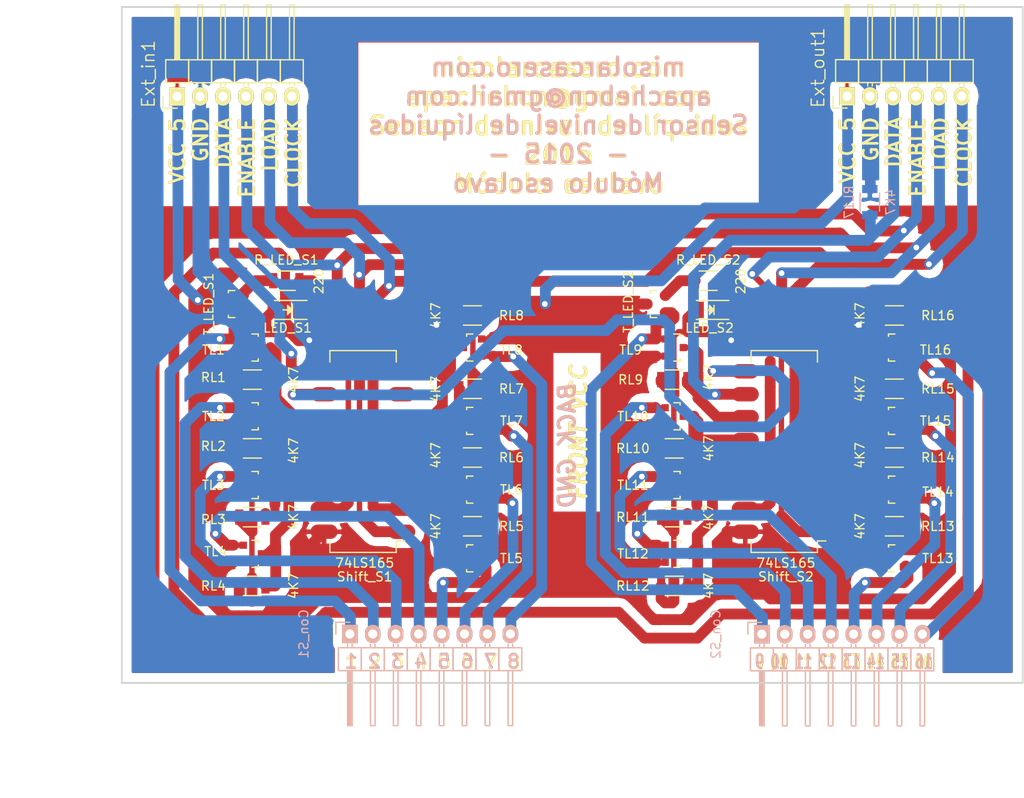
<source format=kicad_pcb>
(kicad_pcb (version 4) (host pcbnew 4.0.2+e4-6225~38~ubuntu14.04.1-stable)
  (title_block (title "TERMOSTATO DIFERENCIAL NIVEL DE AGUA") (company misolarcasero.com))
  (layers (0 F.Cu mixed) (31 B.Cu mixed) (34 B.Paste user) (35 F.Paste user) (36 B.SilkS user) (37 F.SilkS user) (38 B.Mask user) (39 F.Mask user) (44 Edge.Cuts user))
  (net 0 "")
  (net 1 /L1)
  (net 2 /L2)
  (net 3 /L3)
  (net 4 /L4)
  (net 5 /L5)
  (net 6 /L6)
  (net 7 /L7)
  (net 8 /L8)
  (net 9 /S1_L1)
  (net 10 /S1_L2)
  (net 11 /S1_L3)
  (net 12 /S1_L4)
  (net 13 /S1_L5)
  (net 14 /S1_L6)
  (net 15 /S1_L7)
  (net 16 "Net-(Con_S1-Pad8)")
  (net 17 "Net-(LED_S1-Pad1)")
  (net 18 "Net-(R_LED_S1-Pad1)")
  (net 19 /L9)
  (net 20 /L10)
  (net 21 /L11)
  (net 22 /L12)
  (net 23 /L13)
  (net 24 /L14)
  (net 25 /L15)
  (net 26 "Net-(Con_S2-Pad8)")
  (net 27 "Net-(LED_S2-Pad1)")
  (net 28 "Net-(RL9-Pad2)")
  (net 29 "Net-(RL10-Pad2)")
  (net 30 "Net-(RL11-Pad2)")
  (net 31 "Net-(RL12-Pad2)")
  (net 32 /S2_L5)
  (net 33 /S2_L6)
  (net 34 /S2_L7)
  (net 35 /L16)
  (net 36 "Net-(R_LED_S2-Pad1)")
  (net 37 "Net-(Shift_S1-Pad10)")
  (net 38 VCC)
  (net 39 VDD)
  (net 40 /OUT_DataPin)
  (net 41 /DataPin)
  (net 42 "/IN_Extender PloadPin")
  (net 43 /ClockPin)
  (net 44 /IN_DataPin)
  (module Housings_DIP:DIP-16_W7.62mm (layer F.Cu) (at 106.374 92.464 180)
    (fp_text reference Shift_S2 (at 3.632 -4.994 180) (layer F.SilkS))
    (fp_text value 74LS165 (at 3.632 -3.47 180) (layer F.SilkS))
    (pad 1 smd oval (at -0.47 -0.01 180) (size 3 1.6) (layers F.Cu F.Paste F.Mask) (net 42 "/IN_Extender PloadPin"))
    (pad 2 smd oval (at -0.47 2.55 180) (size 3 1.6) (layers F.Cu F.Paste F.Mask) (net 43 /ClockPin))
    (pad 3 smd oval (at -0.47 5.07 180) (size 3 1.6) (layers F.Cu F.Paste F.Mask) (net 32 /S2_L5))
    (pad 4 smd oval (at -0.47 7.62 180) (size 3 1.6) (layers F.Cu F.Paste F.Mask) (net 33 /S2_L6))
    (pad 5 smd oval (at -0.47 10.17 180) (size 3 1.6) (layers F.Cu F.Paste F.Mask) (net 34 /S2_L7))
    (pad 6 smd oval (at -0.47 12.7 180) (size 3 1.6) (layers F.Cu F.Paste F.Mask) (net 35 /L16))
    (pad 7 smd oval (at -0.47 15.24 180) (size 3 1.6) (layers F.Cu F.Paste F.Mask))
    (pad 8 smd oval (at -0.47 17.78 180) (size 3 1.6) (layers F.Cu F.Paste F.Mask) (net 39 VDD))
    (pad 9 smd oval (at 8.14 17.78 180) (size 3 1.6) (layers F.Cu F.Paste F.Mask) (net 37 "Net-(Shift_S1-Pad10)"))
    (pad 10 smd oval (at 8.13 15.24 180) (size 3 1.6) (layers F.Cu F.Paste F.Mask) (net 40 /OUT_DataPin))
    (pad 11 smd oval (at 8.13 12.7 180) (size 3 1.6) (layers F.Cu F.Paste F.Mask) (net 28 "Net-(RL9-Pad2)"))
    (pad 12 smd oval (at 8.13 10.16 180) (size 3 1.6) (layers F.Cu F.Paste F.Mask) (net 29 "Net-(RL10-Pad2)"))
    (pad 13 smd oval (at 8.13 7.62 180) (size 3 1.6) (layers F.Cu F.Paste F.Mask) (net 30 "Net-(RL11-Pad2)"))
    (pad 14 smd oval (at 8.13 5.08 180) (size 3 1.6) (layers F.Cu F.Paste F.Mask) (net 31 "Net-(RL12-Pad2)"))
    (pad 15 smd oval (at 8.13 2.54 180) (size 3 1.6) (layers F.Cu F.Paste F.Mask) (net 41 /DataPin))
    (pad 16 smd oval (at 8.13 0 180) (size 3 1.6) (layers F.Cu F.Paste F.Mask) (net 38 VCC))
  )
  (module Housings_DIP:DIP-16_W7.62mm (layer F.Cu) (at 59.714 92.464 180)
    (fp_text reference Shift_S1 (at 3.632 -4.994 180) (layer F.SilkS))
    (fp_text value 74LS165 (at 3.632 -3.47 180) (layer F.SilkS))
    (pad 1 smd oval (at -0.47 -0.01 180) (size 3 1.6) (layers F.Cu F.Paste F.Mask) (net 42 "/IN_Extender PloadPin"))
    (pad 2 smd oval (at -0.47 2.55 180) (size 3 1.6) (layers F.Cu F.Paste F.Mask) (net 43 /ClockPin))
    (pad 3 smd oval (at -0.47 5.07 180) (size 3 1.6) (layers F.Cu F.Paste F.Mask) (net 13 /S1_L5))
    (pad 4 smd oval (at -0.47 7.62 180) (size 3 1.6) (layers F.Cu F.Paste F.Mask) (net 14 /S1_L6))
    (pad 5 smd oval (at -0.47 10.17 180) (size 3 1.6) (layers F.Cu F.Paste F.Mask) (net 15 /S1_L7))
    (pad 6 smd oval (at -0.47 12.7 180) (size 3 1.6) (layers F.Cu F.Paste F.Mask) (net 8 /L8))
    (pad 7 smd oval (at -0.47 15.24 180) (size 3 1.6) (layers F.Cu F.Paste F.Mask))
    (pad 8 smd oval (at -0.47 17.78 180) (size 3 1.6) (layers F.Cu F.Paste F.Mask) (net 39 VDD))
    (pad 9 smd oval (at 8.14 17.78 180) (size 3 1.6) (layers F.Cu F.Paste F.Mask) (net 44 /IN_DataPin))
    (pad 10 smd oval (at 8.13 15.24 180) (size 3 1.6) (layers F.Cu F.Paste F.Mask) (net 37 "Net-(Shift_S1-Pad10)"))
    (pad 11 smd oval (at 8.13 12.7 180) (size 3 1.6) (layers F.Cu F.Paste F.Mask) (net 9 /S1_L1))
    (pad 12 smd oval (at 8.13 10.16 180) (size 3 1.6) (layers F.Cu F.Paste F.Mask) (net 10 /S1_L2))
    (pad 13 smd oval (at 8.13 7.62 180) (size 3 1.6) (layers F.Cu F.Paste F.Mask) (net 11 /S1_L3))
    (pad 14 smd oval (at 8.13 5.08 180) (size 3 1.6) (layers F.Cu F.Paste F.Mask) (net 12 /S1_L4))
    (pad 15 smd oval (at 8.13 2.54 180) (size 3 1.6) (layers F.Cu F.Paste F.Mask) (net 41 /DataPin))
    (pad 16 smd oval (at 8.13 0 180) (size 3 1.6) (layers F.Cu F.Paste F.Mask) (net 38 VCC))
  )
  (module LEDs:LED-1206 (layer F.Cu) (at 94.276 67.88 180)
    (fp_text reference LED_S2 (at 0 -2 180) (layer F.SilkS))
    (fp_text value LED)
    (pad 2 smd rect (at 1.41986 0) (size 1.59766 1.80086) (layers F.Cu F.Paste F.Mask) (net 39 VDD))
    (pad 1 smd rect (at -1.41986 0) (size 1.59766 1.80086) (layers F.Cu F.Paste F.Mask) (net 27 "Net-(LED_S2-Pad1)"))
  )
  (module Resistors_SMD:R_1206 (layer F.Cu) (at 114.76 68.494)
    (fp_text reference RL16 (at 4.822 0.008 180) (layer F.SilkS))
    (fp_text value 4K7 (at -3.814 0.008 90) (layer F.SilkS))
    (pad 1 smd rect (at -1.45 0) (size 0.9 1.7) (layers F.Cu F.Paste F.Mask) (net 35 /L16))
    (pad 2 smd rect (at 1.45 0) (size 0.9 1.7) (layers F.Cu F.Paste F.Mask) (net 39 VDD))
  )
  (module Resistors_SMD:R_1206 (layer F.Cu) (at 94.136 64.64)
    (fp_text reference R_LED_S2 (at 0 -2.3) (layer F.SilkS))
    (fp_text value 220 (at 3.602 0.052 90) (layer F.SilkS))
    (pad 1 smd rect (at -1.45 0) (size 0.9 1.7) (layers F.Cu F.Paste F.Mask) (net 36 "Net-(R_LED_S2-Pad1)"))
    (pad 2 smd rect (at 1.45 0) (size 0.9 1.7) (layers F.Cu F.Paste F.Mask) (net 27 "Net-(LED_S2-Pad1)"))
  )
  (module Resistors_SMD:R_1206 (layer F.Cu) (at 90.376 98.47)
    (fp_text reference RL12 (at -4.576 0.004 180) (layer F.SilkS))
    (fp_text value 4K7 (at 3.806 0.004 90) (layer F.SilkS))
    (pad 1 smd rect (at -1.45 0) (size 0.9 1.7) (layers F.Cu F.Paste F.Mask) (net 39 VDD))
    (pad 2 smd rect (at 1.45 0) (size 0.9 1.7) (layers F.Cu F.Paste F.Mask) (net 31 "Net-(RL12-Pad2)"))
  )
  (module Resistors_SMD:R_1206 (layer F.Cu) (at 90.376 90.846)
    (fp_text reference RL11 (at -4.576 0.008 180) (layer F.SilkS))
    (fp_text value 4K7 (at 3.806 0.008 90) (layer F.SilkS))
    (pad 1 smd rect (at -1.45 0) (size 0.9 1.7) (layers F.Cu F.Paste F.Mask) (net 39 VDD))
    (pad 2 smd rect (at 1.45 0) (size 0.9 1.7) (layers F.Cu F.Paste F.Mask) (net 30 "Net-(RL11-Pad2)"))
  )
  (module Resistors_SMD:R_1206 (layer F.Cu) (at 90.376 83.226)
    (fp_text reference RL10 (at -4.576 0.008 180) (layer F.SilkS))
    (fp_text value 4K7 (at 3.806 0.008 90) (layer F.SilkS))
    (pad 1 smd rect (at -1.45 0) (size 0.9 1.7) (layers F.Cu F.Paste F.Mask) (net 39 VDD))
    (pad 2 smd rect (at 1.45 0) (size 0.9 1.7) (layers F.Cu F.Paste F.Mask) (net 29 "Net-(RL10-Pad2)"))
  )
  (module Resistors_SMD:R_1206 (layer F.Cu) (at 90.376 75.606)
    (fp_text reference RL9 (at -4.83 0.008 180) (layer F.SilkS))
    (fp_text value 4K7 (at 3.806 -0.246 90) (layer F.SilkS))
    (pad 1 smd rect (at -1.45 0) (size 0.9 1.7) (layers F.Cu F.Paste F.Mask) (net 39 VDD))
    (pad 2 smd rect (at 1.45 0) (size 0.9 1.7) (layers F.Cu F.Paste F.Mask) (net 28 "Net-(RL9-Pad2)"))
  )
  (module Resistors_SMD:R_1206 (layer F.Cu) (at 114.76 76.622)
    (fp_text reference RL15 (at 4.822 0.008 180) (layer F.SilkS))
    (fp_text value 4K7 (at -3.814 0.008 90) (layer F.SilkS))
    (pad 1 smd rect (at -1.45 0) (size 0.9 1.7) (layers F.Cu F.Paste F.Mask) (net 34 /S2_L7))
    (pad 2 smd rect (at 1.45 0) (size 0.9 1.7) (layers F.Cu F.Paste F.Mask) (net 39 VDD))
  )
  (module Resistors_SMD:R_1206 (layer F.Cu) (at 114.76 84.242)
    (fp_text reference RL14 (at 4.822 0.008 180) (layer F.SilkS))
    (fp_text value 4K7 (at -3.814 -0.246 90) (layer F.SilkS))
    (pad 1 smd rect (at -1.45 0) (size 0.9 1.7) (layers F.Cu F.Paste F.Mask) (net 33 /S2_L6))
    (pad 2 smd rect (at 1.45 0) (size 0.9 1.7) (layers F.Cu F.Paste F.Mask) (net 39 VDD))
  )
  (module Resistors_SMD:R_1206 (layer F.Cu) (at 114.76 91.862)
    (fp_text reference RL13 (at 4.822 0.008 180) (layer F.SilkS))
    (fp_text value 4K7 (at -3.814 0.008 90) (layer F.SilkS))
    (pad 1 smd rect (at -1.45 0) (size 0.9 1.7) (layers F.Cu F.Paste F.Mask) (net 32 /S2_L5))
    (pad 2 smd rect (at 1.45 0) (size 0.9 1.7) (layers F.Cu F.Paste F.Mask) (net 39 VDD))
  )
  (module Housings_SOT-23_SOT-143_TSOT-6:SOT-23 (layer F.Cu) (at 90.376 72.05 270)
    (fp_text reference TL9 (at 0.262 4.83 360) (layer F.SilkS))
    (fp_text value BC849 hide)
    (pad 1 smd rect (at -0.95 1.00076 270) (size 0.8001 0.8001) (layers F.Cu F.Paste F.Mask) (net 19 /L9))
    (pad 2 smd rect (at 0.95 1.00076 270) (size 0.8001 0.8001) (layers F.Cu F.Paste F.Mask) (net 38 VCC))
    (pad 3 smd rect (at 0 -0.99822 270) (size 0.8001 0.8001) (layers F.Cu F.Paste F.Mask) (net 28 "Net-(RL9-Pad2)"))
  )
  (module Housings_SOT-23_SOT-143_TSOT-6:SOT-23 (layer F.Cu) (at 90.376 79.67 270)
    (fp_text reference TL10 (at 0.008 4.576 360) (layer F.SilkS))
    (fp_text value BC849 hide)
    (pad 1 smd rect (at -0.95 1.00076 270) (size 0.8001 0.8001) (layers F.Cu F.Paste F.Mask) (net 20 /L10))
    (pad 2 smd rect (at 0.95 1.00076 270) (size 0.8001 0.8001) (layers F.Cu F.Paste F.Mask) (net 38 VCC))
    (pad 3 smd rect (at 0 -0.99822 270) (size 0.8001 0.8001) (layers F.Cu F.Paste F.Mask) (net 29 "Net-(RL10-Pad2)"))
  )
  (module Housings_SOT-23_SOT-143_TSOT-6:SOT-23 (layer F.Cu) (at 90.376 87.29 270)
    (fp_text reference TL11 (at 0.008 4.576 360) (layer F.SilkS))
    (fp_text value BC849 hide)
    (pad 1 smd rect (at -0.95 1.00076 270) (size 0.8001 0.8001) (layers F.Cu F.Paste F.Mask) (net 21 /L11))
    (pad 2 smd rect (at 0.95 1.00076 270) (size 0.8001 0.8001) (layers F.Cu F.Paste F.Mask) (net 38 VCC))
    (pad 3 smd rect (at 0 -0.99822 270) (size 0.8001 0.8001) (layers F.Cu F.Paste F.Mask) (net 30 "Net-(RL11-Pad2)"))
  )
  (module Housings_SOT-23_SOT-143_TSOT-6:SOT-23 (layer F.Cu) (at 114.76 87.798 90)
    (fp_text reference TL14 (at -0.262 4.822 180) (layer F.SilkS))
    (fp_text value BC849 hide)
    (pad 1 smd rect (at -0.95 1.00076 90) (size 0.8001 0.8001) (layers F.Cu F.Paste F.Mask) (net 24 /L14))
    (pad 2 smd rect (at 0.95 1.00076 90) (size 0.8001 0.8001) (layers F.Cu F.Paste F.Mask) (net 38 VCC))
    (pad 3 smd rect (at 0 -0.99822 90) (size 0.8001 0.8001) (layers F.Cu F.Paste F.Mask) (net 33 /S2_L6))
  )
  (module Housings_SOT-23_SOT-143_TSOT-6:SOT-23 (layer F.Cu) (at 114.76 80.178 90)
    (fp_text reference TL15 (at -0.008 4.568 180) (layer F.SilkS))
    (fp_text value BC849 hide)
    (pad 1 smd rect (at -0.95 1.00076 90) (size 0.8001 0.8001) (layers F.Cu F.Paste F.Mask) (net 25 /L15))
    (pad 2 smd rect (at 0.95 1.00076 90) (size 0.8001 0.8001) (layers F.Cu F.Paste F.Mask) (net 38 VCC))
    (pad 3 smd rect (at 0 -0.99822 90) (size 0.8001 0.8001) (layers F.Cu F.Paste F.Mask) (net 34 /S2_L7))
  )
  (module Housings_SOT-23_SOT-143_TSOT-6:SOT-23 (layer F.Cu) (at 114.76 72.05 90)
    (fp_text reference TL16 (at -0.262 4.568 180) (layer F.SilkS))
    (fp_text value BC849 hide)
    (pad 1 smd rect (at -0.95 1.00076 90) (size 0.8001 0.8001) (layers F.Cu F.Paste F.Mask) (net 26 "Net-(Con_S2-Pad8)"))
    (pad 2 smd rect (at 0.95 1.00076 90) (size 0.8001 0.8001) (layers F.Cu F.Paste F.Mask) (net 38 VCC))
    (pad 3 smd rect (at 0 -0.99822 90) (size 0.8001 0.8001) (layers F.Cu F.Paste F.Mask) (net 35 /L16))
  )
  (module Housings_SOT-23_SOT-143_TSOT-6:SOT-23 (layer F.Cu) (at 88.376 67.23 90)
    (fp_text reference T_LED_S2 (at 0.252 -3.084 90) (layer F.SilkS))
    (fp_text value BC849 hide)
    (pad 1 smd rect (at -0.95 1.00076 90) (size 0.8001 0.8001) (layers F.Cu F.Paste F.Mask) (net 19 /L9))
    (pad 2 smd rect (at 0.95 1.00076 90) (size 0.8001 0.8001) (layers F.Cu F.Paste F.Mask) (net 36 "Net-(R_LED_S2-Pad1)"))
    (pad 3 smd rect (at 0 -0.99822 90) (size 0.8001 0.8001) (layers F.Cu F.Paste F.Mask) (net 38 VCC))
  )
  (module Housings_SOT-23_SOT-143_TSOT-6:SOT-23 (layer F.Cu) (at 90.376 94.91 270)
    (fp_text reference TL12 (at 0.008 4.576 360) (layer F.SilkS))
    (fp_text value BC849 hide)
    (pad 1 smd rect (at -0.95 1.00076 270) (size 0.8001 0.8001) (layers F.Cu F.Paste F.Mask) (net 22 /L12))
    (pad 2 smd rect (at 0.95 1.00076 270) (size 0.8001 0.8001) (layers F.Cu F.Paste F.Mask) (net 38 VCC))
    (pad 3 smd rect (at 0 -0.99822 270) (size 0.8001 0.8001) (layers F.Cu F.Paste F.Mask) (net 31 "Net-(RL12-Pad2)"))
  )
  (module Housings_SOT-23_SOT-143_TSOT-6:SOT-23 (layer F.Cu) (at 114.76 95.418 90)
    (fp_text reference TL13 (at -0.008 4.822 180) (layer F.SilkS))
    (fp_text value BC849 hide)
    (pad 1 smd rect (at -0.95 1.00076 90) (size 0.8001 0.8001) (layers F.Cu F.Paste F.Mask) (net 23 /L13))
    (pad 2 smd rect (at 0.95 1.00076 90) (size 0.8001 0.8001) (layers F.Cu F.Paste F.Mask) (net 38 VCC))
    (pad 3 smd rect (at 0 -0.99822 90) (size 0.8001 0.8001) (layers F.Cu F.Paste F.Mask) (net 32 /S2_L5))
  )
  (module Housings_SOT-23_SOT-143_TSOT-6:SOT-23 (layer F.Cu) (at 68.024 95.418 90)
    (fp_text reference TL5 (at -0.008 4.314 180) (layer F.SilkS))
    (fp_text value BC849 hide)
    (pad 1 smd rect (at -0.95 1.00076 90) (size 0.8001 0.8001) (layers F.Cu F.Paste F.Mask) (net 5 /L5))
    (pad 2 smd rect (at 0.95 1.00076 90) (size 0.8001 0.8001) (layers F.Cu F.Paste F.Mask) (net 38 VCC))
    (pad 3 smd rect (at 0 -0.99822 90) (size 0.8001 0.8001) (layers F.Cu F.Paste F.Mask) (net 13 /S1_L5))
  )
  (module Housings_SOT-23_SOT-143_TSOT-6:SOT-23 (layer F.Cu) (at 43.64 94.91 270)
    (fp_text reference TL4 (at -0.246 4.068 360) (layer F.SilkS))
    (fp_text value BC849 hide)
    (pad 1 smd rect (at -0.95 1.00076 270) (size 0.8001 0.8001) (layers F.Cu F.Paste F.Mask) (net 4 /L4))
    (pad 2 smd rect (at 0.95 1.00076 270) (size 0.8001 0.8001) (layers F.Cu F.Paste F.Mask) (net 38 VCC))
    (pad 3 smd rect (at 0 -0.99822 270) (size 0.8001 0.8001) (layers F.Cu F.Paste F.Mask) (net 12 /S1_L4))
  )
  (module Housings_SOT-23_SOT-143_TSOT-6:SOT-23 (layer F.Cu) (at 41.64 67.23 90)
    (fp_text reference T_LED_S1 (at -0.002 -2.83 90) (layer F.SilkS))
    (fp_text value BC337 hide)
    (pad 1 smd rect (at -0.95 1.00076 90) (size 0.8001 0.8001) (layers F.Cu F.Paste F.Mask) (net 1 /L1))
    (pad 2 smd rect (at 0.95 1.00076 90) (size 0.8001 0.8001) (layers F.Cu F.Paste F.Mask) (net 18 "Net-(R_LED_S1-Pad1)"))
    (pad 3 smd rect (at 0 -0.99822 90) (size 0.8001 0.8001) (layers F.Cu F.Paste F.Mask) (net 38 VCC))
  )
  (module Housings_SOT-23_SOT-143_TSOT-6:SOT-23 (layer F.Cu) (at 68.024 72.05 90)
    (fp_text reference TL8 (at -0.262 4.314 180) (layer F.SilkS))
    (fp_text value BC849 hide)
    (pad 1 smd rect (at -0.95 1.00076 90) (size 0.8001 0.8001) (layers F.Cu F.Paste F.Mask) (net 16 "Net-(Con_S1-Pad8)"))
    (pad 2 smd rect (at 0.95 1.00076 90) (size 0.8001 0.8001) (layers F.Cu F.Paste F.Mask) (net 38 VCC))
    (pad 3 smd rect (at 0 -0.99822 90) (size 0.8001 0.8001) (layers F.Cu F.Paste F.Mask) (net 8 /L8))
  )
  (module Housings_SOT-23_SOT-143_TSOT-6:SOT-23 (layer F.Cu) (at 68.024 80.178 90)
    (fp_text reference TL7 (at -0.008 4.314 180) (layer F.SilkS))
    (fp_text value BC849 hide)
    (pad 1 smd rect (at -0.95 1.00076 90) (size 0.8001 0.8001) (layers F.Cu F.Paste F.Mask) (net 7 /L7))
    (pad 2 smd rect (at 0.95 1.00076 90) (size 0.8001 0.8001) (layers F.Cu F.Paste F.Mask) (net 38 VCC))
    (pad 3 smd rect (at 0 -0.99822 90) (size 0.8001 0.8001) (layers F.Cu F.Paste F.Mask) (net 15 /S1_L7))
  )
  (module Housings_SOT-23_SOT-143_TSOT-6:SOT-23 (layer F.Cu) (at 68.024 87.798 90)
    (fp_text reference TL6 (at -0.008 4.314 180) (layer F.SilkS))
    (fp_text value BC849 hide)
    (pad 1 smd rect (at -0.95 1.00076 90) (size 0.8001 0.8001) (layers F.Cu F.Paste F.Mask) (net 6 /L6))
    (pad 2 smd rect (at 0.95 1.00076 90) (size 0.8001 0.8001) (layers F.Cu F.Paste F.Mask) (net 38 VCC))
    (pad 3 smd rect (at 0 -0.99822 90) (size 0.8001 0.8001) (layers F.Cu F.Paste F.Mask) (net 14 /S1_L6))
  )
  (module Housings_SOT-23_SOT-143_TSOT-6:SOT-23 (layer F.Cu) (at 43.64 87.29 270)
    (fp_text reference TL3 (at 0.008 4.322 360) (layer F.SilkS))
    (fp_text value BC849 hide)
    (pad 1 smd rect (at -0.95 1.00076 270) (size 0.8001 0.8001) (layers F.Cu F.Paste F.Mask) (net 3 /L3))
    (pad 2 smd rect (at 0.95 1.00076 270) (size 0.8001 0.8001) (layers F.Cu F.Paste F.Mask) (net 38 VCC))
    (pad 3 smd rect (at 0 -0.99822 270) (size 0.8001 0.8001) (layers F.Cu F.Paste F.Mask) (net 11 /S1_L3))
  )
  (module Housings_SOT-23_SOT-143_TSOT-6:SOT-23 (layer F.Cu) (at 43.64 79.67 270)
    (fp_text reference TL2 (at 0.008 4.322 360) (layer F.SilkS))
    (fp_text value BC849 hide)
    (pad 1 smd rect (at -0.95 1.00076 270) (size 0.8001 0.8001) (layers F.Cu F.Paste F.Mask) (net 2 /L2))
    (pad 2 smd rect (at 0.95 1.00076 270) (size 0.8001 0.8001) (layers F.Cu F.Paste F.Mask) (net 38 VCC))
    (pad 3 smd rect (at 0 -0.99822 270) (size 0.8001 0.8001) (layers F.Cu F.Paste F.Mask) (net 10 /S1_L2))
  )
  (module Housings_SOT-23_SOT-143_TSOT-6:SOT-23 (layer F.Cu) (at 43.64 72.05 270)
    (fp_text reference TL1 (at 0.262 4.322 360) (layer F.SilkS))
    (fp_text value BC849 hide)
    (pad 1 smd rect (at -0.95 1.00076 270) (size 0.8001 0.8001) (layers F.Cu F.Paste F.Mask) (net 1 /L1))
    (pad 2 smd rect (at 0.95 1.00076 270) (size 0.8001 0.8001) (layers F.Cu F.Paste F.Mask) (net 38 VCC))
    (pad 3 smd rect (at 0 -0.99822 270) (size 0.8001 0.8001) (layers F.Cu F.Paste F.Mask) (net 9 /S1_L1))
  )
  (module Resistors_SMD:R_1206 (layer F.Cu) (at 68.024 91.862)
    (fp_text reference RL5 (at 4.314 0.008 180) (layer F.SilkS))
    (fp_text value 4K7 (at -4.068 0.008 90) (layer F.SilkS))
    (pad 1 smd rect (at -1.45 0) (size 0.9 1.7) (layers F.Cu F.Paste F.Mask) (net 13 /S1_L5))
    (pad 2 smd rect (at 1.45 0) (size 0.9 1.7) (layers F.Cu F.Paste F.Mask) (net 39 VDD))
  )
  (module Resistors_SMD:R_1206 (layer F.Cu) (at 68.024 84.242)
    (fp_text reference RL6 (at 4.314 0.008 180) (layer F.SilkS))
    (fp_text value 4K7 (at -4.068 -0.246 90) (layer F.SilkS))
    (pad 1 smd rect (at -1.45 0) (size 0.9 1.7) (layers F.Cu F.Paste F.Mask) (net 14 /S1_L6))
    (pad 2 smd rect (at 1.45 0) (size 0.9 1.7) (layers F.Cu F.Paste F.Mask) (net 39 VDD))
  )
  (module Resistors_SMD:R_1206 (layer F.Cu) (at 68.024 76.622)
    (fp_text reference RL7 (at 4.314 0.008 180) (layer F.SilkS))
    (fp_text value 4K7 (at -4.068 0.008 90) (layer F.SilkS))
    (pad 1 smd rect (at -1.45 0) (size 0.9 1.7) (layers F.Cu F.Paste F.Mask) (net 15 /S1_L7))
    (pad 2 smd rect (at 1.45 0) (size 0.9 1.7) (layers F.Cu F.Paste F.Mask) (net 39 VDD))
  )
  (module Resistors_SMD:R_1206 (layer F.Cu) (at 43.64 75.606)
    (fp_text reference RL1 (at -4.322 -0.246 180) (layer F.SilkS))
    (fp_text value 4K7 (at 4.568 0.008 90) (layer F.SilkS))
    (pad 1 smd rect (at -1.45 0) (size 0.9 1.7) (layers F.Cu F.Paste F.Mask) (net 39 VDD))
    (pad 2 smd rect (at 1.45 0) (size 0.9 1.7) (layers F.Cu F.Paste F.Mask) (net 9 /S1_L1))
  )
  (module Resistors_SMD:R_1206 (layer F.Cu) (at 43.64 83.226)
    (fp_text reference RL2 (at -4.322 -0.246 180) (layer F.SilkS))
    (fp_text value 4K7 (at 4.568 0.262 90) (layer F.SilkS))
    (pad 1 smd rect (at -1.45 0) (size 0.9 1.7) (layers F.Cu F.Paste F.Mask) (net 39 VDD))
    (pad 2 smd rect (at 1.45 0) (size 0.9 1.7) (layers F.Cu F.Paste F.Mask) (net 10 /S1_L2))
  )
  (module Resistors_SMD:R_1206 (layer F.Cu) (at 43.64 90.846)
    (fp_text reference RL3 (at -4.322 0.262 180) (layer F.SilkS))
    (fp_text value 4K7 (at 4.568 0.008 90) (layer F.SilkS))
    (pad 1 smd rect (at -1.45 0) (size 0.9 1.7) (layers F.Cu F.Paste F.Mask) (net 39 VDD))
    (pad 2 smd rect (at 1.45 0) (size 0.9 1.7) (layers F.Cu F.Paste F.Mask) (net 11 /S1_L3))
  )
  (module Resistors_SMD:R_1206 (layer F.Cu) (at 43.64 98.47)
    (fp_text reference RL4 (at -4.322 0.004 180) (layer F.SilkS))
    (fp_text value 4K7 (at 4.568 0.004 90) (layer F.SilkS))
    (pad 1 smd rect (at -1.45 0) (size 0.9 1.7) (layers F.Cu F.Paste F.Mask) (net 39 VDD))
    (pad 2 smd rect (at 1.45 0) (size 0.9 1.7) (layers F.Cu F.Paste F.Mask) (net 12 /S1_L4))
  )
  (module Resistors_SMD:R_1206 (layer F.Cu) (at 47.4 64.64)
    (fp_text reference R_LED_S1 (at 0 -2.3) (layer F.SilkS))
    (fp_text value 220 (at 3.602 0.052 90) (layer F.SilkS))
    (pad 1 smd rect (at -1.45 0) (size 0.9 1.7) (layers F.Cu F.Paste F.Mask) (net 18 "Net-(R_LED_S1-Pad1)"))
    (pad 2 smd rect (at 1.45 0) (size 0.9 1.7) (layers F.Cu F.Paste F.Mask) (net 17 "Net-(LED_S1-Pad1)"))
  )
  (module Resistors_SMD:R_1206 (layer F.Cu) (at 68.024 68.494)
    (fp_text reference RL8 (at 4.314 0.008 180) (layer F.SilkS))
    (fp_text value 4K7 (at -4.068 0.008 90) (layer F.SilkS))
    (pad 1 smd rect (at -1.45 0) (size 0.9 1.7) (layers F.Cu F.Paste F.Mask) (net 8 /L8))
    (pad 2 smd rect (at 1.45 0) (size 0.9 1.7) (layers F.Cu F.Paste F.Mask) (net 39 VDD))
  )
  (module LEDs:LED-1206 (layer F.Cu) (at 47.54 67.88 180)
    (fp_text reference LED_S1 (at 0 -2 180) (layer F.SilkS))
    (fp_text value LED hide)
    (pad 2 smd rect (at 1.41986 0) (size 1.59766 1.80086) (layers F.Cu F.Paste F.Mask) (net 39 VDD))
    (pad 1 smd rect (at -1.41986 0) (size 1.59766 1.80086) (layers F.Cu F.Paste F.Mask) (net 17 "Net-(LED_S1-Pad1)"))
  )
  (module Resistors_SMD:R_1206 (layer B.Cu) (at 112.04 55.93 270)
    (fp_text reference RL17 (at 0 2.3 270) (layer B.SilkS) (effects (justify mirror)))
    (fp_text value 4K7 (at 0 -2.3 270) (layer B.SilkS) (effects (justify mirror)))
    (pad 1 smd rect (at -1.45 0 270) (size 0.9 1.7) (layers B.Cu B.Paste B.Mask) (net 39 VDD))
    (pad 2 smd rect (at 1.45 0 270) (size 0.9 1.7) (layers B.Cu B.Paste B.Mask) (net 40 /OUT_DataPin))
  )
  (module Pin_Headers:Pin_Header_Angled_1x06 (layer F.Cu) (at 35.31 44.22 90)
    (fp_text reference Ext_in1 (at 2.5 -3.19 90) (layer F.SilkS) (effects (font (size 1.4 1.4))))
    (fp_text value "Vcc Gnd Data Enable Load Clock")
    (pad 1 thru_hole rect (at 0 0 90) (size 2.032 1.7272) (drill 1.016) (layers *.Cu *.Mask F.SilkS) (net 38 VCC))
    (pad 2 thru_hole oval (at 0 2.54 90) (size 2.032 1.7272) (drill 1.016) (layers *.Cu *.Mask F.SilkS) (net 39 VDD))
    (pad 3 thru_hole oval (at 0 5.08 90) (size 2.032 1.7272) (drill 1.016) (layers *.Cu *.Mask F.SilkS) (net 44 /IN_DataPin))
    (pad 4 thru_hole oval (at 0 7.62 90) (size 2.032 1.7272) (drill 1.016) (layers *.Cu *.Mask F.SilkS) (net 41 /DataPin))
    (pad 5 thru_hole oval (at 0 10.16 90) (size 2.032 1.7272) (drill 1.016) (layers *.Cu *.Mask F.SilkS) (net 42 "/IN_Extender PloadPin"))
    (pad 6 thru_hole oval (at 0 12.7 90) (size 2.032 1.7272) (drill 1.016) (layers *.Cu *.Mask F.SilkS) (net 43 /ClockPin))
  )
  (module Pin_Headers:Pin_Header_Angled_1x06 (layer F.Cu) (at 109.52 44.2 90)
    (fp_text reference Ext_out1 (at 3.17 -3.22 90) (layer F.SilkS) (effects (font (size 1.4 1.4))))
    (fp_text value "Vcc Gnd Data Enable Load Clock")
    (pad 1 thru_hole rect (at 0 0 90) (size 2.032 1.7272) (drill 1.016) (layers *.Cu *.Mask F.SilkS) (net 38 VCC))
    (pad 2 thru_hole oval (at 0 2.54 90) (size 2.032 1.7272) (drill 1.016) (layers *.Cu *.Mask F.SilkS) (net 39 VDD))
    (pad 3 thru_hole oval (at 0 5.08 90) (size 2.032 1.7272) (drill 1.016) (layers *.Cu *.Mask F.SilkS) (net 40 /OUT_DataPin))
    (pad 4 thru_hole oval (at 0 7.62 90) (size 2.032 1.7272) (drill 1.016) (layers *.Cu *.Mask F.SilkS) (net 41 /DataPin))
    (pad 5 thru_hole oval (at 0 10.16 90) (size 2.032 1.7272) (drill 1.016) (layers *.Cu *.Mask F.SilkS) (net 42 "/IN_Extender PloadPin"))
    (pad 6 thru_hole oval (at 0 12.7 90) (size 2.032 1.7272) (drill 1.016) (layers *.Cu *.Mask F.SilkS) (net 43 /ClockPin))
  )
  (module Pin_Headers:Pin_Header_Angled_1x08 (layer B.Cu) (at 100.08 103.82 270)
    (fp_text reference Con_S2 (at 0 5.1 270) (layer B.SilkS) (effects (justify mirror)))
    (fp_text value CONN_2)
    (pad 1 thru_hole rect (at 0 0 270) (size 2.032 1.7272) (drill 1.016) (layers *.Cu *.Mask B.SilkS) (net 19 /L9))
    (pad 2 thru_hole oval (at 0 -2.54 270) (size 2.032 1.7272) (drill 1.016) (layers *.Cu *.Mask B.SilkS) (net 20 /L10))
    (pad 3 thru_hole oval (at 0 -5.08 270) (size 2.032 1.7272) (drill 1.016) (layers *.Cu *.Mask B.SilkS) (net 21 /L11))
    (pad 4 thru_hole oval (at 0 -7.62 270) (size 2.032 1.7272) (drill 1.016) (layers *.Cu *.Mask B.SilkS) (net 22 /L12))
    (pad 5 thru_hole oval (at 0 -10.16 270) (size 2.032 1.7272) (drill 1.016) (layers *.Cu *.Mask B.SilkS) (net 23 /L13))
    (pad 6 thru_hole oval (at 0 -12.7 270) (size 2.032 1.7272) (drill 1.016) (layers *.Cu *.Mask B.SilkS) (net 24 /L14))
    (pad 7 thru_hole oval (at 0 -15.24 270) (size 2.032 1.7272) (drill 1.016) (layers *.Cu *.Mask B.SilkS) (net 25 /L15))
    (pad 8 thru_hole oval (at 0 -17.78 270) (size 2.032 1.7272) (drill 1.016) (layers *.Cu *.Mask B.SilkS) (net 26 "Net-(Con_S2-Pad8)"))
  )
  (module Pin_Headers:Pin_Header_Angled_1x08 (layer B.Cu) (at 54.44 103.8 270)
    (fp_text reference Con_S1 (at 0 5.1 270) (layer B.SilkS) (effects (justify mirror)))
    (fp_text value CONN_1)
    (pad 1 thru_hole rect (at 0 0 270) (size 2.032 1.7272) (drill 1.016) (layers *.Cu *.Mask B.SilkS) (net 1 /L1))
    (pad 2 thru_hole oval (at 0 -2.54 270) (size 2.032 1.7272) (drill 1.016) (layers *.Cu *.Mask B.SilkS) (net 2 /L2))
    (pad 3 thru_hole oval (at 0 -5.08 270) (size 2.032 1.7272) (drill 1.016) (layers *.Cu *.Mask B.SilkS) (net 3 /L3))
    (pad 4 thru_hole oval (at 0 -7.62 270) (size 2.032 1.7272) (drill 1.016) (layers *.Cu *.Mask B.SilkS) (net 4 /L4))
    (pad 5 thru_hole oval (at 0 -10.16 270) (size 2.032 1.7272) (drill 1.016) (layers *.Cu *.Mask B.SilkS) (net 5 /L5))
    (pad 6 thru_hole oval (at 0 -12.7 270) (size 2.032 1.7272) (drill 1.016) (layers *.Cu *.Mask B.SilkS) (net 6 /L6))
    (pad 7 thru_hole oval (at 0 -15.24 270) (size 2.032 1.7272) (drill 1.016) (layers *.Cu *.Mask B.SilkS) (net 7 /L7))
    (pad 8 thru_hole oval (at 0 -17.78 270) (size 2.032 1.7272) (drill 1.016) (layers *.Cu *.Mask B.SilkS) (net 16 "Net-(Con_S1-Pad8)"))
  )
  (gr_text "16 15 14 13 12 11 10 9" (at 109.17 106.86) (layer B.SilkS) (effects (font (size 1.5 1) (thickness 0.25)) (justify mirror)))
  (gr_text "8 7 6 5 4 3 2 1" (at 63.56 106.86) (layer B.SilkS) (effects (font (size 1.5 1.5) (thickness 0.25)) (justify mirror)))
  (gr_text "16 15 14 13 12 11 10 9" (at 109.16 106.9) (layer B.Cu) (effects (font (size 1.5 1) (thickness 0.25)) (justify mirror)))
  (gr_text "8 7 6 5 4 3 2 1" (at 63.59 106.84) (layer B.Cu) (effects (font (size 1.5 1.5) (thickness 0.25)) (justify mirror)))
  (gr_text "1 2 3 4 5 6 7 8" (at 63.63 106.87) (layer F.SilkS) (effects (font (size 1.5 1.5) (thickness 0.25))))
  (gr_text "9 10 11 12 13 14 15 16" (at 109.13 106.9) (layer F.SilkS) (effects (font (size 1.5 1) (thickness 0.25))))
  (gr_text "BACK GND" (at 78.49 82.8 90) (layer B.SilkS) (effects (font (size 1.8 1.8) (thickness 0.35) italic) (justify mirror)))
  (gr_text "misolarcasero.com\napachebcn@gmail.com\nSensor de nivel de líquidos\n- 2015 -\nMódulo esclavo" (at 77.52 47.38) (layer B.SilkS) (effects (font (size 2 2) (thickness 0.35)) (justify mirror)))
  (gr_text "1 2 3 4 5 6 7 8" (at 63.62 106.88) (layer F.Cu) (effects (font (size 1.5 1.5) (thickness 0.25))))
  (gr_text "FRONT VCC" (at 79.78 81.44 90) (layer F.SilkS) (effects (font (size 1.8 1.8) (thickness 0.35) italic)))
  (gr_text "misolarcasero.com\napachebcn@gmail.com\nSensor de nivel de líquidos\n- 2015 -\nMódulo esclavo" (at 77.61 47.46) (layer F.SilkS) (effects (font (size 2 2) (thickness 0.35))))
  (gr_text "VCC 5\nGND\nDATA\nENABLE\nLOAD\nCLOCK" (at 41.76 46.39 90) (layer F.SilkS) (effects (font (size 1.6 1.6) (thickness 0.3)) (justify right)))
  (gr_text "VCC 5\nGND\nDATA\nENABLE\nLOAD\nCLOCK" (at 116.01 46.32 90) (layer F.SilkS) (effects (font (size 1.6 1.6) (thickness 0.3)) (justify right)))
  (gr_text Ext_out (at 106.34 41.76 90) (layer F.Cu) (effects (font (size 1.4 1.4) (thickness 0.3))))
  (gr_text Ext_in (at 32.08 42.37 90) (layer F.Cu) (effects (font (size 1.4 1.4) (thickness 0.3))))
  (gr_text "VCC 5\nGND\nDATA\nENABLE\nLOAD\nCLOCK" (at 41.76 46.39 90) (layer F.Cu) (effects (font (size 1.6 1.6) (thickness 0.3)) (justify right)))
  (gr_text "VCC 5\nGND\nDATA\nENABLE\nLOAD\nCLOCK" (at 116.01 46.32 90) (layer F.Cu) (effects (font (size 1.6 1.6) (thickness 0.3)) (justify right)))
  (gr_text "misolarcasero.com\napachebcn@gmail.com\nSensor de nivel de líquidos\n- 2015 -\nMódulo esclavo" (at 77.52 47.38) (layer B.Cu) (effects (font (size 2 2) (thickness 0.35)) (justify mirror)))
  (gr_text "misolarcasero.com\napachebcn@gmail.com\nSensor de nivel de líquidos\n- 2015 -\nMódulo esclavo" (at 77.6 47.46) (layer F.Cu) (effects (font (size 2 2) (thickness 0.35))))
  (gr_text "9 10 11 12 13 14 15 16" (at 109.16 106.89) (layer F.Cu) (effects (font (size 1.5 1) (thickness 0.25))))
  (gr_line (start 29.175 109.225) (end 128.975 109.225) (angle 90) (layer Edge.Cuts) (width 0.2))
  (gr_line (start 128.975 109.225) (end 128.975 34.3) (angle 90) (layer Edge.Cuts) (width 0.2))
  (gr_line (start 29.175 34.3) (end 29.175 109.225) (angle 90) (layer Edge.Cuts) (width 0.2))
  (gr_line (start 128.975 34.3) (end 29.175 34.3) (angle 90) (layer Edge.Cuts) (width 0.2))
  (gr_text "BACK GND" (at 78.49 82.83 90) (layer B.Cu) (effects (font (size 1.8 1.8) (thickness 0.35) italic) (justify mirror)))
  (gr_text "FRONT VCC" (at 79.78 81.44 90) (layer F.Cu) (effects (font (size 1.8 1.8) (thickness 0.35) italic)))
  (segment (start 42.53 100.13) (end 52.78 100.13) (width 1.2) (layer B.Cu) (net 1))
  (segment (start 54.5 101.85) (end 54.5 103.77) (width 1.2) (layer B.Cu) (net 1))
  (segment (start 52.78 100.13) (end 54.5 101.85) (width 1.2) (layer B.Cu) (net 1))
  (segment (start 42.53 100.13) (end 37.93 100.13) (width 1.2) (layer B.Cu) (net 1))
  (segment (start 38.25 71.06) (end 40.08 71.06) (width 1.2) (layer B.Cu) (net 1))
  (via (at 40.02 71.09) (size 1) (drill 0.635) (layers F.Cu B.Cu) (net 1))
  (segment (start 40.02 71.09) (end 40.03 71.1) (width 1.2) (layer F.Cu) (net 1))
  (segment (start 41.61 71.1) (end 40.03 71.1) (width 1.2) (layer F.Cu) (net 1))
  (segment (start 34.51 74.8) (end 38.25 71.06) (width 1.2) (layer B.Cu) (net 1))
  (segment (start 34.51 96.71) (end 34.51 74.8) (width 1.2) (layer B.Cu) (net 1))
  (segment (start 37.93 100.13) (end 34.51 96.71) (width 1.2) (layer B.Cu) (net 1))
  (segment (start 41.863798 69.304349) (end 43.095651 69.304349) (width 1.2) (layer F.Cu) (net 1))
  (segment (start 43.32 68.18) (end 42.64076 68.18) (width 1.2) (layer F.Cu) (net 1))
  (segment (start 43.6 68.46) (end 43.32 68.18) (width 1.2) (layer F.Cu) (net 1))
  (segment (start 43.6 68.8) (end 43.6 68.46) (width 1.2) (layer F.Cu) (net 1))
  (segment (start 43.095651 69.304349) (end 43.6 68.8) (width 1.2) (layer F.Cu) (net 1))
  (segment (start 42.64076 68.18) (end 42.98 68.18) (width 1.2) (layer F.Cu) (net 1))
  (segment (start 41.863798 69.304349) (end 41.61 69.56) (width 1.2) (layer F.Cu) (net 1))
  (segment (start 41.61 69.56) (end 41.61 69.97) (width 1.2) (layer F.Cu) (net 1))
  (segment (start 41.61 69.97) (end 41.61 71.1) (width 1.2) (layer F.Cu) (net 1))
  (segment (start 41.61 71.1) (end 42.63924 71.1) (width 0.6) (layer F.Cu) (net 1))
  (segment (start 57.04 103.77) (end 57.04 100.7) (width 1.2) (layer B.Cu) (net 2))
  (segment (start 57.04 100.7) (end 54.43 98.09) (width 1.2) (layer B.Cu) (net 2))
  (segment (start 54.43 98.09) (end 39.07 98.09) (width 1.2) (layer B.Cu) (net 2))
  (segment (start 39.07 98.09) (end 36.19 95.21) (width 1.2) (layer B.Cu) (net 2))
  (segment (start 37.94 78.69) (end 40.11 78.69) (width 1.2) (layer B.Cu) (net 2))
  (segment (start 36.19 80.44) (end 37.94 78.69) (width 1.2) (layer B.Cu) (net 2))
  (segment (start 36.19 95.21) (end 36.19 80.44) (width 1.2) (layer B.Cu) (net 2))
  (segment (start 40.05 78.72) (end 41.68 78.72) (width 1.2) (layer F.Cu) (net 2))
  (segment (start 41.7 78.71) (end 41.7 78.72) (width 1.2) (layer F.Cu) (net 2))
  (segment (start 41.69 78.71) (end 41.7 78.71) (width 1.2) (layer F.Cu) (net 2))
  (segment (start 41.68 78.72) (end 41.69 78.71) (width 1.2) (layer F.Cu) (net 2))
  (via (at 40.05 78.72) (size 1) (drill 0.635) (layers F.Cu B.Cu) (net 2))
  (segment (start 42.63924 78.72) (end 41.7 78.72) (width 0.6) (layer F.Cu) (net 2))
  (segment (start 54.21 95.69) (end 57.23 95.69) (width 1.2) (layer B.Cu) (net 3))
  (segment (start 57.23 95.69) (end 59.58 98.04) (width 1.2) (layer B.Cu) (net 3))
  (segment (start 59.58 103.77) (end 59.58 98.04) (width 1.2) (layer B.Cu) (net 3))
  (segment (start 54.21 95.69) (end 40.01 95.69) (width 1.2) (layer B.Cu) (net 3))
  (segment (start 40.01 95.69) (end 37.86 93.54) (width 1.2) (layer B.Cu) (net 3))
  (segment (start 37.86 88.16) (end 37.86 93.54) (width 1.2) (layer B.Cu) (net 3))
  (segment (start 39.7 86.32) (end 37.86 88.16) (width 1.2) (layer B.Cu) (net 3))
  (segment (start 40.11 86.32) (end 39.7 86.32) (width 1.2) (layer B.Cu) (net 3))
  (segment (start 40.05 86.35) (end 40.58 86.35) (width 1.2) (layer F.Cu) (net 3))
  (via (at 40.05 86.35) (size 1) (drill 0.635) (layers F.Cu B.Cu) (net 3))
  (segment (start 42.63924 86.34) (end 41.55 86.34) (width 0.6) (layer F.Cu) (net 3))
  (segment (start 40.58 86.35) (end 40.59 86.34) (width 1.2) (layer F.Cu) (net 3))
  (segment (start 40.59 86.34) (end 41.55 86.34) (width 1.2) (layer F.Cu) (net 3))
  (segment (start 62.12 103.77) (end 62.12 94.27) (width 1.2) (layer B.Cu) (net 4))
  (segment (start 58.6 90.75) (end 40.27 90.75) (width 1.2) (layer B.Cu) (net 4))
  (segment (start 62.12 94.27) (end 58.6 90.75) (width 1.2) (layer B.Cu) (net 4))
  (segment (start 41.55 93.96) (end 40.82 93.96) (width 1.2) (layer F.Cu) (net 4))
  (segment (start 40.82 93.96) (end 39.55 92.69) (width 1.2) (layer F.Cu) (net 4))
  (segment (start 40.27 90.75) (end 39.61 91.41) (width 1.2) (layer B.Cu) (net 4))
  (via (at 39.55 92.69) (size 1) (drill 0.635) (layers F.Cu B.Cu) (net 4))
  (segment (start 39.61 91.41) (end 39.61 92.66) (width 1.2) (layer B.Cu) (net 4))
  (segment (start 40.82 93.96) (end 39.55 92.69) (width 1.2) (layer F.Cu) (net 4))
  (segment (start 42.63924 93.96) (end 41.55 93.96) (width 0.6) (layer F.Cu) (net 4))
  (segment (start 62.12 103.77) (end 62.12 103.156) (width 0.6) (layer B.Cu) (net 4))
  (segment (start 64.66 103.77) (end 64.66 98.23) (width 1.2) (layer B.Cu) (net 5))
  (segment (start 64.66 98.23) (end 64.82 98.07) (width 1.2) (layer B.Cu) (net 5))
  (via (at 64.76 98.1) (size 1) (drill 0.635) (layers F.Cu B.Cu) (net 5))
  (segment (start 69.28 96.26) (end 69.53 96.51) (width 1.2) (layer F.Cu) (net 5))
  (segment (start 69.53 97.66) (end 69.53 96.51) (width 1.2) (layer F.Cu) (net 5))
  (segment (start 69.09 98.1) (end 69.53 97.66) (width 1.2) (layer F.Cu) (net 5))
  (segment (start 64.76 98.1) (end 69.09 98.1) (width 1.2) (layer F.Cu) (net 5))
  (segment (start 67.2 103.77) (end 67.2 101.3) (width 1.2) (layer B.Cu) (net 6))
  (segment (start 72.51 95.99) (end 72.51 89.27) (width 1.2) (layer B.Cu) (net 6))
  (segment (start 67.2 101.3) (end 72.51 95.99) (width 1.2) (layer B.Cu) (net 6))
  (segment (start 72.61 89.37) (end 72.51 89.27) (width 0.6) (layer B.Cu) (net 6))
  (segment (start 72.61 89.37) (end 72.51 89.27) (width 0.6) (layer B.Cu) (net 6))
  (segment (start 72.51 89.27) (end 72.61 89.37) (width 0.6) (layer B.Cu) (net 6))
  (segment (start 72.45 89.3) (end 71.898 88.748) (width 1.2) (layer F.Cu) (net 6))
  (via (at 72.45 89.3) (size 1) (drill 0.635) (layers F.Cu B.Cu) (net 6))
  (segment (start 71.898 88.748) (end 70.128 88.748) (width 1.2) (layer F.Cu) (net 6))
  (segment (start 69.02476 88.748) (end 70.128 88.748) (width 0.6) (layer F.Cu) (net 6))
  (segment (start 70.128 88.748) (end 71.898 88.748) (width 1.2) (layer F.Cu) (net 6))
  (segment (start 69.06276 88.71) (end 69.02476 88.748) (width 0.6) (layer F.Cu) (net 6))
  (segment (start 69.74 103.77) (end 69.74 101.34) (width 1.2) (layer B.Cu) (net 7))
  (segment (start 74.115998 83.25) (end 74.06 83.25) (width 1.2) (layer B.Cu) (net 7))
  (segment (start 74.115998 96.964002) (end 74.115998 83.25) (width 1.2) (layer B.Cu) (net 7))
  (segment (start 69.74 101.34) (end 74.115998 96.964002) (width 1.2) (layer B.Cu) (net 7))
  (segment (start 72.69 81.88) (end 72.64 81.83) (width 1.2) (layer B.Cu) (net 7))
  (segment (start 72.64 81.83) (end 72.69 81.88) (width 1.2) (layer B.Cu) (net 7))
  (segment (start 74.06 83.25) (end 74.06 83.25) (width 1.2) (layer B.Cu) (net 7))
  (segment (start 74.06 83.25) (end 72.64 81.83) (width 1.2) (layer B.Cu) (net 7))
  (segment (start 72.58 81.86) (end 72.34 81.86) (width 1.2) (layer F.Cu) (net 7))
  (segment (start 69.95 81.11) (end 69.95 81.128) (width 1.2) (layer F.Cu) (net 7))
  (segment (start 71.59 81.11) (end 69.95 81.11) (width 1.2) (layer F.Cu) (net 7))
  (segment (start 72.34 81.86) (end 71.59 81.11) (width 1.2) (layer F.Cu) (net 7))
  (segment (start 69.95 81.128) (end 69.02476 81.128) (width 0.6) (layer F.Cu) (net 7))
  (via (at 72.58 81.86) (size 1) (drill 0.635) (layers F.Cu B.Cu) (net 7))
  (segment (start 65.69 72.05) (end 66.35 72.05) (width 1.2) (layer F.Cu) (net 8))
  (segment (start 65.59 74.36) (end 65.59 72.11) (width 1.2) (layer F.Cu) (net 8))
  (segment (start 65.59 72.11) (end 65.59 72.05) (width 1.2) (layer F.Cu) (net 8))
  (segment (start 65.69 72.05) (end 65.59 72.05) (width 1.2) (layer F.Cu) (net 8))
  (segment (start 67.02578 72.05) (end 66.45 72.05) (width 0.6) (layer F.Cu) (net 8))
  (segment (start 64.69 75.26) (end 65.59 74.36) (width 1.2) (layer F.Cu) (net 8))
  (segment (start 64.69 78.58) (end 64.69 75.26) (width 1.2) (layer F.Cu) (net 8))
  (segment (start 59.714 79.764) (end 63.45 79.764) (width 1.2) (layer F.Cu) (net 8))
  (segment (start 63.506 79.764) (end 64.69 78.58) (width 1.2) (layer F.Cu) (net 8))
  (segment (start 63.45 79.764) (end 63.506 79.764) (width 1.2) (layer F.Cu) (net 8))
  (segment (start 66.35 72.05) (end 66.45 71.95) (width 1.2) (layer F.Cu) (net 8))
  (segment (start 66.45 71.95) (end 66.45 72.05) (width 1.2) (layer F.Cu) (net 8))
  (segment (start 66.574 68.494) (end 66.574 71.59822) (width 1.2) (layer F.Cu) (net 8))
  (segment (start 66.574 71.59822) (end 67.02578 72.05) (width 0.6) (layer F.Cu) (net 8))
  (segment (start 52.094 79.764) (end 48.384 79.764) (width 1.2) (layer F.Cu) (net 9))
  (segment (start 48.384 79.764) (end 46.260778 77.640778) (width 1.2) (layer F.Cu) (net 9))
  (segment (start 46.260778 77.640778) (end 46.260778 72.672508) (width 1.2) (layer F.Cu) (net 9))
  (segment (start 46.260778 77.176778) (end 45.09 76.006) (width 1.2) (layer F.Cu) (net 9))
  (segment (start 44.63822 72.05) (end 45.63827 72.05) (width 0.6) (layer F.Cu) (net 9))
  (segment (start 45.63827 72.05) (end 46.260778 72.672508) (width 1.2) (layer F.Cu) (net 9))
  (segment (start 46.260778 72.672508) (end 46.260778 77.176778) (width 1.2) (layer F.Cu) (net 9))
  (segment (start 45.09 76.006) (end 45.09 75.606) (width 1.2) (layer F.Cu) (net 9))
  (segment (start 45.09 75.606) (end 45.09 75.786) (width 1.2) (layer F.Cu) (net 9))
  (segment (start 52.094 82.304) (end 46.263349 82.304) (width 1.2) (layer F.Cu) (net 10))
  (segment (start 46.43 82.218) (end 46.263349 82.218) (width 1.2) (layer F.Cu) (net 10))
  (segment (start 46.349349 82.218) (end 46.43 82.218) (width 1.2) (layer F.Cu) (net 10))
  (segment (start 46.263349 82.304) (end 46.349349 82.218) (width 1.2) (layer F.Cu) (net 10))
  (segment (start 46.263349 80.253349) (end 46.263349 82.218) (width 1.2) (layer F.Cu) (net 10))
  (segment (start 46.263349 82.218) (end 46.263349 83.102651) (width 1.2) (layer F.Cu) (net 10))
  (segment (start 46.14 83.226) (end 45.09 83.226) (width 1.2) (layer F.Cu) (net 10))
  (segment (start 46.263349 83.102651) (end 46.14 83.226) (width 1.2) (layer F.Cu) (net 10))
  (segment (start 46.263349 80.253349) (end 45.68 79.67) (width 1.2) (layer F.Cu) (net 10))
  (segment (start 45.68 79.67) (end 44.63822 79.67) (width 0.6) (layer F.Cu) (net 10))
  (segment (start 44.63822 87.29) (end 45.33 87.29) (width 0.6) (layer F.Cu) (net 11))
  (segment (start 45.33 87.29) (end 46.14 86.48) (width 1.2) (layer F.Cu) (net 11))
  (segment (start 46.14 89.47) (end 46.14 86.48) (width 1.2) (layer F.Cu) (net 11))
  (segment (start 46.14 86.48) (end 46.14 86.46) (width 1.2) (layer F.Cu) (net 11))
  (segment (start 52.094 84.844) (end 50.494 84.844) (width 1.2) (layer F.Cu) (net 11))
  (segment (start 50.488 84.85) (end 47.75 84.85) (width 1.2) (layer F.Cu) (net 11))
  (segment (start 50.494 84.844) (end 50.488 84.85) (width 1.2) (layer F.Cu) (net 11))
  (segment (start 46.14 86.46) (end 47.75 84.85) (width 1.2) (layer F.Cu) (net 11))
  (segment (start 46.14 89.47) (end 46.14 90.846) (width 1) (layer F.Cu) (net 11))
  (segment (start 45.09 90.846) (end 46.14 90.846) (width 0.6) (layer F.Cu) (net 11))
  (segment (start 45.09 90.846) (end 45.09 90.446) (width 1.2) (layer F.Cu) (net 11))
  (segment (start 47.679 91.341) (end 47.679 88.611) (width 1.2) (layer F.Cu) (net 12))
  (segment (start 46.2 92.82) (end 47.679 91.341) (width 1.2) (layer F.Cu) (net 12))
  (segment (start 46.2 94.11) (end 46.2 92.82) (width 1.2) (layer F.Cu) (net 12))
  (segment (start 47.679 88.611) (end 48.906 87.384) (width 1.2) (layer F.Cu) (net 12))
  (segment (start 48.906 87.384) (end 52.094 87.384) (width 1.2) (layer F.Cu) (net 12))
  (segment (start 45.61 98.47) (end 46.14 98.47) (width 1.2) (layer F.Cu) (net 12))
  (segment (start 45.37 94.91) (end 46.23 94.91) (width 1.2) (layer F.Cu) (net 12))
  (segment (start 46.19 94.71) (end 46.23 94.71) (width 1.2) (layer F.Cu) (net 12))
  (segment (start 46.19 94.87) (end 46.19 94.71) (width 1.2) (layer F.Cu) (net 12))
  (segment (start 46.23 94.91) (end 46.19 94.87) (width 1.2) (layer F.Cu) (net 12))
  (segment (start 48.906 87.384) (end 52.094 87.384) (width 1.2) (layer F.Cu) (net 12))
  (segment (start 44.63822 94.91) (end 45.37 94.91) (width 0.6) (layer F.Cu) (net 12))
  (segment (start 45.37 94.91) (end 45.4 94.91) (width 1.2) (layer F.Cu) (net 12))
  (segment (start 45.4 94.91) (end 46.2 94.11) (width 1.2) (layer F.Cu) (net 12))
  (segment (start 46.2 94.11) (end 46.23 94.08) (width 1.2) (layer F.Cu) (net 12))
  (segment (start 46.23 94.08) (end 46.23 94.71) (width 1.2) (layer F.Cu) (net 12))
  (segment (start 46.23 94.71) (end 46.23 95.23) (width 1.2) (layer F.Cu) (net 12))
  (segment (start 46.14 98.47) (end 46.23 98.38) (width 1.2) (layer F.Cu) (net 12))
  (segment (start 46.23 98.38) (end 46.23 95.23) (width 1.2) (layer F.Cu) (net 12))
  (segment (start 45.09 98.47) (end 45.61 98.47) (width 1.2) (layer F.Cu) (net 12))
  (segment (start 45.61 98.47) (end 46.14 98.47) (width 1.2) (layer F.Cu) (net 12))
  (segment (start 64.92 88.57) (end 64.92 90.708425) (width 1) (layer F.Cu) (net 13))
  (segment (start 59.714 87.384) (end 61.314 87.384) (width 1.2) (layer F.Cu) (net 13))
  (segment (start 61.314 87.384) (end 61.318 87.38) (width 1.2) (layer F.Cu) (net 13))
  (segment (start 61.318 87.38) (end 63.73 87.38) (width 1.2) (layer F.Cu) (net 13))
  (segment (start 63.73 87.38) (end 64.92 88.57) (width 1) (layer F.Cu) (net 13))
  (segment (start 64.92 90.708425) (end 64.92 91.165288) (width 1.2) (layer F.Cu) (net 13))
  (segment (start 67.02578 95.418) (end 66.02573 95.418) (width 1.2) (layer F.Cu) (net 13))
  (segment (start 66.02573 95.418) (end 64.92 94.31227) (width 1.2) (layer F.Cu) (net 13))
  (segment (start 64.92 94.31227) (end 64.92 90.708425) (width 1.2) (layer F.Cu) (net 13))
  (segment (start 64.92 91.165288) (end 64.92 91.258) (width 1.2) (layer F.Cu) (net 13))
  (segment (start 65.524 91.862) (end 66.574 91.862) (width 1.2) (layer F.Cu) (net 13))
  (segment (start 64.92 91.258) (end 65.524 91.862) (width 1.2) (layer F.Cu) (net 13))
  (segment (start 65.37 91.615288) (end 64.92 91.165288) (width 1.2) (layer F.Cu) (net 13))
  (segment (start 66.02573 95.418) (end 65.37 94.76227) (width 1.2) (layer F.Cu) (net 13))
  (segment (start 66.63 91.858) (end 66.574 91.862) (width 1.2) (layer F.Cu) (net 13))
  (segment (start 65.524 84.242) (end 65.524 87.29627) (width 1) (layer F.Cu) (net 14))
  (segment (start 65.524 87.29627) (end 66.02573 87.798) (width 1) (layer F.Cu) (net 14))
  (segment (start 67.02578 87.798) (end 66.02573 87.798) (width 0.6) (layer F.Cu) (net 14))
  (segment (start 66.02573 87.798) (end 65.4 87.17227) (width 0.6) (layer F.Cu) (net 14))
  (segment (start 65.524 84.242) (end 65.278346 84.487654) (width 1.2) (layer F.Cu) (net 14))
  (segment (start 64.89 84.844) (end 59.714 84.844) (width 1.2) (layer F.Cu) (net 14))
  (segment (start 65.278346 84.487654) (end 64.906 84.86) (width 1.2) (layer F.Cu) (net 14))
  (segment (start 64.906 84.86) (end 64.89 84.844) (width 1.2) (layer F.Cu) (net 14))
  (segment (start 66.574 84.242) (end 65.524 84.242) (width 1.2) (layer F.Cu) (net 14))
  (segment (start 66.574 76.622) (end 66.574 79.62973) (width 1.2) (layer F.Cu) (net 15))
  (segment (start 66.574 79.62973) (end 66.02573 80.178) (width 1.2) (layer F.Cu) (net 15))
  (segment (start 67.02578 80.178) (end 67.02578 79.42578) (width 0.6) (layer F.Cu) (net 15))
  (segment (start 66.574 78.974) (end 66.574 76.622) (width 1.2) (layer F.Cu) (net 15))
  (segment (start 67.02578 79.42578) (end 66.574 78.974) (width 0.6) (layer F.Cu) (net 15))
  (segment (start 66.02573 80.178) (end 64.96207 81.24166) (width 1.2) (layer F.Cu) (net 15))
  (segment (start 64.96207 81.24166) (end 63.89973 82.304) (width 1.2) (layer F.Cu) (net 15))
  (segment (start 63.89973 82.304) (end 63.556 82.304) (width 1.2) (layer F.Cu) (net 15))
  (segment (start 62.842698 82.304) (end 59.714 82.304) (width 1.2) (layer F.Cu) (net 15))
  (segment (start 63.556 82.304) (end 62.842698 82.304) (width 1.2) (layer F.Cu) (net 15))
  (segment (start 67.02578 80.178) (end 66.02573 80.178) (width 0.6) (layer F.Cu) (net 15))
  (segment (start 65.87 80.33373) (end 66.02573 80.178) (width 1.2) (layer F.Cu) (net 15))
  (segment (start 66.574 76.622) (end 66.536 76.63) (width 1.2) (layer F.Cu) (net 15))
  (segment (start 72.28 103.77) (end 72.28 102.12) (width 1.2) (layer B.Cu) (net 16))
  (segment (start 75.69 76.11) (end 72.6 73.02) (width 1.2) (layer B.Cu) (net 16))
  (segment (start 75.69 98.71) (end 75.69 76.11) (width 1.2) (layer B.Cu) (net 16))
  (segment (start 72.28 102.12) (end 75.69 98.71) (width 1.2) (layer B.Cu) (net 16))
  (segment (start 72.54 73.05) (end 70.35 73.05) (width 1.2) (layer F.Cu) (net 16))
  (via (at 72.54 73.05) (size 1) (drill 0.635) (layers F.Cu B.Cu) (net 16))
  (segment (start 69.02476 73) (end 70.3 73) (width 0.6) (layer F.Cu) (net 16))
  (segment (start 70.35 73.05) (end 70.3 73) (width 1.2) (layer F.Cu) (net 16))
  (segment (start 49.33 64.64) (end 50.24 64.64) (width 1.2) (layer F.Cu) (net 17))
  (segment (start 50.24 64.64) (end 50.75 65.15) (width 1.2) (layer F.Cu) (net 17))
  (segment (start 50.75 65.15) (end 50.75 67.69) (width 1.2) (layer F.Cu) (net 17))
  (segment (start 50.75 67.69) (end 50.56 67.88) (width 1.2) (layer F.Cu) (net 17))
  (segment (start 50.56 67.88) (end 48.95986 67.88) (width 1.2) (layer F.Cu) (net 17))
  (segment (start 48.95986 67.88) (end 50.56 67.88) (width 1.2) (layer F.Cu) (net 17))
  (segment (start 50.56 67.88) (end 50.75 67.69) (width 1.2) (layer F.Cu) (net 17))
  (segment (start 50.75 67.69) (end 50.75 65.15) (width 1.2) (layer F.Cu) (net 17))
  (segment (start 50.75 65.15) (end 50.24 64.64) (width 1.2) (layer F.Cu) (net 17))
  (segment (start 49.33 64.64) (end 48.85 64.64) (width 1.2) (layer F.Cu) (net 17))
  (segment (start 50.75 67.69) (end 50.56 67.88) (width 1.2) (layer F.Cu) (net 17))
  (segment (start 45.95 64.64) (end 44 64.64) (width 1.2) (layer F.Cu) (net 18))
  (segment (start 44 64.64) (end 42.64076 65.99924) (width 1.2) (layer F.Cu) (net 18))
  (segment (start 42.64076 65.99924) (end 42.64076 66.28) (width 1.2) (layer F.Cu) (net 18))
  (segment (start 45.95 64.64) (end 45.78 64.64) (width 1.2) (layer F.Cu) (net 18))
  (segment (start 42.64676 66.274) (end 42.64076 66.28) (width 1.2) (layer F.Cu) (net 18))
  (segment (start 91.87 98.9) (end 84.24 98.9) (width 1.2) (layer B.Cu) (net 19))
  (segment (start 81.17 76.706) (end 86.816 71.06) (width 1.2) (layer B.Cu) (net 19))
  (segment (start 81.17 95.83) (end 81.17 76.706) (width 1.2) (layer B.Cu) (net 19))
  (segment (start 84.24 98.9) (end 81.17 95.83) (width 1.2) (layer B.Cu) (net 19))
  (segment (start 100.14 103.79) (end 100.14 101.89) (width 1.2) (layer B.Cu) (net 19))
  (segment (start 97.15 98.9) (end 91.87 98.9) (width 1.2) (layer B.Cu) (net 19))
  (segment (start 100.14 101.89) (end 97.15 98.9) (width 1.2) (layer B.Cu) (net 19))
  (segment (start 86.766 71.1) (end 88.346 71.1) (width 1.2) (layer F.Cu) (net 19))
  (via (at 86.756 71.09) (size 1) (drill 0.635) (layers F.Cu B.Cu) (net 19))
  (segment (start 86.756 71.09) (end 86.766 71.1) (width 1.2) (layer F.Cu) (net 19))
  (segment (start 88.346 71.1) (end 89.37524 71.1) (width 0.6) (layer F.Cu) (net 19))
  (segment (start 88.346 69.97) (end 88.346 71.1) (width 1.2) (layer F.Cu) (net 19))
  (segment (start 88.346 69.56) (end 88.346 69.97) (width 1.2) (layer F.Cu) (net 19))
  (segment (start 88.599798 69.304349) (end 88.346 69.56) (width 1.2) (layer F.Cu) (net 19))
  (segment (start 89.37676 68.18) (end 89.716 68.18) (width 1.2) (layer F.Cu) (net 19))
  (segment (start 89.831651 69.304349) (end 90.336 68.8) (width 1.2) (layer F.Cu) (net 19))
  (segment (start 90.336 68.8) (end 90.336 68.46) (width 1.2) (layer F.Cu) (net 19))
  (segment (start 90.336 68.46) (end 90.056 68.18) (width 1.2) (layer F.Cu) (net 19))
  (segment (start 90.056 68.18) (end 89.37676 68.18) (width 1.2) (layer F.Cu) (net 19))
  (segment (start 88.599798 69.304349) (end 89.831651 69.304349) (width 1.2) (layer F.Cu) (net 19))
  (segment (start 102.68 103.79) (end 102.68 99.12) (width 1.2) (layer B.Cu) (net 20))
  (segment (start 100.59 97.03) (end 84.87 97.03) (width 1.2) (layer B.Cu) (net 20))
  (segment (start 102.68 99.12) (end 100.59 97.03) (width 1.2) (layer B.Cu) (net 20))
  (segment (start 82.74 81.68) (end 85.73 78.69) (width 1.2) (layer B.Cu) (net 20))
  (segment (start 82.74 94.9) (end 82.74 81.68) (width 1.2) (layer B.Cu) (net 20))
  (segment (start 84.87 97.03) (end 82.74 94.9) (width 1.2) (layer B.Cu) (net 20))
  (segment (start 85.73 78.69) (end 86.846 78.69) (width 1.2) (layer B.Cu) (net 20))
  (segment (start 86.786 78.72) (end 88.24 78.72) (width 1.2) (layer F.Cu) (net 20))
  (segment (start 88.27 78.69) (end 88.27 78.72) (width 1.2) (layer F.Cu) (net 20))
  (segment (start 88.24 78.72) (end 88.27 78.69) (width 1.2) (layer F.Cu) (net 20))
  (segment (start 89.37524 78.72) (end 88.27 78.72) (width 0.6) (layer F.Cu) (net 20))
  (via (at 86.786 78.72) (size 1) (drill 0.635) (layers F.Cu B.Cu) (net 20))
  (segment (start 105.22 103.79) (end 105.22 98.2) (width 1.2) (layer B.Cu) (net 21))
  (segment (start 101.88 94.86) (end 85.08 94.86) (width 1.2) (layer B.Cu) (net 21))
  (segment (start 105.22 98.2) (end 101.88 94.86) (width 1.2) (layer B.Cu) (net 21))
  (segment (start 86.846 86.32) (end 86.53 86.32) (width 1.2) (layer B.Cu) (net 21))
  (segment (start 84.34 94.12) (end 85.08 94.86) (width 1.2) (layer B.Cu) (net 21))
  (segment (start 84.34 88.51) (end 84.34 94.12) (width 1.2) (layer B.Cu) (net 21))
  (segment (start 86.53 86.32) (end 84.34 88.51) (width 1.2) (layer B.Cu) (net 21))
  (segment (start 86.786 86.35) (end 88.1 86.35) (width 1.2) (layer F.Cu) (net 21))
  (segment (start 88.1 86.35) (end 88.11 86.34) (width 1.2) (layer F.Cu) (net 21))
  (segment (start 88.11 86.34) (end 89.37524 86.34) (width 0.6) (layer F.Cu) (net 21))
  (via (at 86.786 86.35) (size 1) (drill 0.635) (layers F.Cu B.Cu) (net 21))
  (segment (start 107.76 103.79) (end 107.76 97.52) (width 1.2) (layer B.Cu) (net 22))
  (segment (start 87.366 90.63) (end 86.296 91.7) (width 1.2) (layer B.Cu) (net 22))
  (segment (start 100.87 90.63) (end 87.366 90.63) (width 1.2) (layer B.Cu) (net 22))
  (segment (start 107.76 97.52) (end 100.87 90.63) (width 1.2) (layer B.Cu) (net 22))
  (segment (start 88.14 93.96) (end 87.556 93.96) (width 1.2) (layer F.Cu) (net 22))
  (segment (start 87.556 93.96) (end 86.286 92.69) (width 1.2) (layer F.Cu) (net 22))
  (segment (start 88.14 93.96) (end 88.5 93.96) (width 1.2) (layer F.Cu) (net 22))
  (segment (start 88.51 93.97) (end 88.51 93.96) (width 1.2) (layer F.Cu) (net 22))
  (segment (start 88.5 93.96) (end 88.51 93.97) (width 1.2) (layer F.Cu) (net 22))
  (segment (start 89.37524 93.96) (end 88.51 93.96) (width 0.6) (layer F.Cu) (net 22))
  (segment (start 87.556 93.96) (end 86.286 92.69) (width 1.2) (layer F.Cu) (net 22))
  (via (at 86.286 92.69) (size 1) (drill 0.635) (layers F.Cu B.Cu) (net 22))
  (segment (start 86.346 92.66) (end 86.296 92.61) (width 1.2) (layer B.Cu) (net 22))
  (segment (start 86.296 92.61) (end 86.296 91.7) (width 1.2) (layer B.Cu) (net 22))
  (segment (start 110.3 103.79) (end 110.3 99.326) (width 1.2) (layer B.Cu) (net 23))
  (segment (start 110.3 99.326) (end 111.556 98.07) (width 1.2) (layer B.Cu) (net 23))
  (segment (start 116.266 96.51) (end 116.016 96.26) (width 1.2) (layer F.Cu) (net 23))
  (segment (start 116.266 97.66) (end 116.266 96.51) (width 1.2) (layer F.Cu) (net 23))
  (segment (start 115.826 98.1) (end 116.266 97.66) (width 1.2) (layer F.Cu) (net 23))
  (segment (start 111.496 98.1) (end 115.826 98.1) (width 1.2) (layer F.Cu) (net 23))
  (via (at 111.496 98.1) (size 1) (drill 0.635) (layers F.Cu B.Cu) (net 23))
  (segment (start 119.246 89.27) (end 119.246 93.864) (width 1.2) (layer B.Cu) (net 24))
  (segment (start 119.246 93.864) (end 112.84 100.27) (width 1.2) (layer B.Cu) (net 24))
  (segment (start 112.84 102.06) (end 112.84 100.27) (width 1.2) (layer B.Cu) (net 24))
  (segment (start 112.84 103.79) (end 112.84 102.06) (width 1.2) (layer B.Cu) (net 24))
  (segment (start 116.77 88.748) (end 118.634 88.748) (width 1.2) (layer F.Cu) (net 24))
  (segment (start 115.76076 88.748) (end 116.77 88.748) (width 0.6) (layer F.Cu) (net 24))
  (segment (start 118.634 88.748) (end 119.186 89.3) (width 1.2) (layer F.Cu) (net 24))
  (segment (start 119.246 89.27) (end 119.346 89.37) (width 1.2) (layer B.Cu) (net 24))
  (segment (start 119.346 89.37) (end 119.246 89.27) (width 1.2) (layer B.Cu) (net 24))
  (segment (start 119.346 89.37) (end 119.246 89.27) (width 1.2) (layer B.Cu) (net 24))
  (segment (start 115.79876 88.71) (end 115.76076 88.748) (width 0.6) (layer F.Cu) (net 24))
  (segment (start 118.634 88.748) (end 119.186 89.3) (width 1.2) (layer F.Cu) (net 24))
  (via (at 119.186 89.3) (size 1) (drill 0.635) (layers F.Cu B.Cu) (net 24))
  (segment (start 115.38 103.79) (end 115.38 101.12) (width 1.2) (layer B.Cu) (net 25))
  (segment (start 121.01 83.464) (end 119.376 81.83) (width 1.2) (layer B.Cu) (net 25))
  (segment (start 121.01 95.49) (end 121.01 83.464) (width 1.2) (layer B.Cu) (net 25))
  (segment (start 115.38 101.12) (end 121.01 95.49) (width 1.2) (layer B.Cu) (net 25))
  (segment (start 119.376 81.83) (end 119.426 81.88) (width 1.2) (layer B.Cu) (net 25))
  (segment (start 119.426 81.88) (end 119.376 81.83) (width 1.2) (layer B.Cu) (net 25))
  (segment (start 116.62 81.128) (end 118.584 81.128) (width 1.2) (layer F.Cu) (net 25))
  (segment (start 115.76076 81.128) (end 116.62 81.128) (width 0.6) (layer F.Cu) (net 25))
  (segment (start 118.584 81.128) (end 119.316 81.86) (width 1.2) (layer F.Cu) (net 25))
  (segment (start 118.584 81.128) (end 119.316 81.86) (width 1.2) (layer F.Cu) (net 25))
  (via (at 119.316 81.86) (size 1) (drill 0.635) (layers F.Cu B.Cu) (net 25))
  (segment (start 117.92 103.79) (end 118.41 103.79) (width 1.2) (layer B.Cu) (net 26))
  (segment (start 118.41 103.79) (end 122.97 99.23) (width 1.2) (layer B.Cu) (net 26))
  (segment (start 120.54 74.85) (end 119.01 74.85) (width 1.2) (layer B.Cu) (net 26))
  (segment (start 122.97 77.28) (end 120.54 74.85) (width 1.2) (layer B.Cu) (net 26))
  (segment (start 122.97 99.23) (end 122.97 77.28) (width 1.2) (layer B.Cu) (net 26))
  (segment (start 117.33 73) (end 116.67 73) (width 1.2) (layer F.Cu) (net 26))
  (segment (start 116.65 72.98) (end 116.65 73) (width 1.2) (layer F.Cu) (net 26))
  (segment (start 116.67 73) (end 116.65 72.98) (width 1.2) (layer F.Cu) (net 26))
  (segment (start 117.45 73) (end 117.33 73) (width 1.2) (layer F.Cu) (net 26))
  (segment (start 116.65 73) (end 115.76076 73) (width 0.6) (layer F.Cu) (net 26))
  (via (at 118.95 74.88) (size 1) (drill 0.635) (layers F.Cu B.Cu) (net 26))
  (segment (start 118.95 74.88) (end 117.45 73.38) (width 1.2) (layer F.Cu) (net 26))
  (segment (start 117.45 73.38) (end 117.45 73) (width 1.2) (layer F.Cu) (net 26))
  (segment (start 95.69586 67.88) (end 97.296 67.88) (width 1.2) (layer F.Cu) (net 27))
  (segment (start 97.296 67.88) (end 97.66 67.516) (width 1.2) (layer F.Cu) (net 27))
  (segment (start 96.76 64.64) (end 95.586 64.64) (width 1.2) (layer F.Cu) (net 27))
  (segment (start 97.66 65.54) (end 96.76 64.64) (width 1.2) (layer F.Cu) (net 27))
  (segment (start 97.66 67.516) (end 97.66 65.54) (width 1.2) (layer F.Cu) (net 27))
  (segment (start 97.296 67.88) (end 95.69586 67.88) (width 1.2) (layer F.Cu) (net 27))
  (segment (start 98.83 79.764) (end 95.12 79.764) (width 1.2) (layer F.Cu) (net 28))
  (segment (start 95.12 79.764) (end 92.996778 77.640778) (width 1.2) (layer F.Cu) (net 28))
  (segment (start 92.996778 72.672508) (end 92.996778 77.176778) (width 1.2) (layer F.Cu) (net 28))
  (segment (start 92.37427 72.05) (end 92.996778 72.672508) (width 1.2) (layer F.Cu) (net 28))
  (segment (start 92.996778 77.640778) (end 92.996778 72.672508) (width 1.2) (layer F.Cu) (net 28))
  (segment (start 91.826 75.606) (end 91.826 75.786) (width 1.2) (layer F.Cu) (net 28))
  (segment (start 91.826 76.006) (end 91.826 75.606) (width 1.2) (layer F.Cu) (net 28))
  (segment (start 91.37422 72.05) (end 92.37427 72.05) (width 0.6) (layer F.Cu) (net 28))
  (segment (start 92.996778 77.176778) (end 91.826 76.006) (width 1.2) (layer F.Cu) (net 28))
  (segment (start 98.54 82.29) (end 92.999349 82.29) (width 1.2) (layer F.Cu) (net 29))
  (segment (start 92.999349 80.253349) (end 92.999349 82.345) (width 1.2) (layer F.Cu) (net 29))
  (segment (start 92.912 82.345) (end 92.999349 82.345) (width 1.2) (layer F.Cu) (net 29))
  (segment (start 92.999349 83.102651) (end 92.876 83.226) (width 1.2) (layer F.Cu) (net 29))
  (segment (start 92.999349 82.345) (end 92.999349 83.102651) (width 1.2) (layer F.Cu) (net 29))
  (segment (start 92.999349 82.29) (end 92.944349 82.345) (width 1.2) (layer F.Cu) (net 29))
  (segment (start 92.944349 82.345) (end 92.912 82.345) (width 1.2) (layer F.Cu) (net 29))
  (segment (start 92.541 83.226) (end 92.876 83.226) (width 1.2) (layer F.Cu) (net 29))
  (segment (start 92.999349 80.253349) (end 92.416 79.67) (width 1.2) (layer F.Cu) (net 29))
  (segment (start 92.541 79.67) (end 92.541 83.226) (width 1.2) (layer F.Cu) (net 29))
  (segment (start 92.416 79.67) (end 92.541 79.67) (width 1.2) (layer F.Cu) (net 29))
  (segment (start 92.876 83.226) (end 91.826 83.226) (width 1.2) (layer F.Cu) (net 29))
  (segment (start 92.541 79.67) (end 91.37422 79.67) (width 0.6) (layer F.Cu) (net 29))
  (segment (start 98.83 84.844) (end 97.23 84.844) (width 1.2) (layer F.Cu) (net 30))
  (segment (start 97.23 84.844) (end 97.224 84.85) (width 1.2) (layer F.Cu) (net 30))
  (segment (start 97.224 84.85) (end 94.486 84.85) (width 1.2) (layer F.Cu) (net 30))
  (segment (start 92.876 86.46) (end 94.486 84.85) (width 1.2) (layer F.Cu) (net 30))
  (segment (start 92.876 89.47) (end 92.876 86.48) (width 1.2) (layer F.Cu) (net 30))
  (segment (start 92.876 86.48) (end 92.876 86.46) (width 1.2) (layer F.Cu) (net 30))
  (segment (start 92.066 87.29) (end 92.876 86.48) (width 1.2) (layer F.Cu) (net 30))
  (segment (start 91.826 90.846) (end 91.826 90.446) (width 1.2) (layer F.Cu) (net 30))
  (segment (start 91.826 90.846) (end 92.876 90.846) (width 0.6) (layer F.Cu) (net 30))
  (segment (start 92.876 89.47) (end 92.876 90.846) (width 1) (layer F.Cu) (net 30))
  (segment (start 91.37422 87.29) (end 92.066 87.29) (width 0.6) (layer F.Cu) (net 30))
  (segment (start 95.642 87.384) (end 98.83 87.384) (width 1.2) (layer F.Cu) (net 31))
  (segment (start 94.606 88.42) (end 95.642 87.384) (width 1.2) (layer F.Cu) (net 31))
  (segment (start 94.606 91.15) (end 94.606 88.42) (width 1.2) (layer F.Cu) (net 31))
  (segment (start 92.936 92.82) (end 94.606 91.15) (width 1.2) (layer F.Cu) (net 31))
  (segment (start 92.876 98.47) (end 92.966 98.38) (width 1.2) (layer F.Cu) (net 31))
  (segment (start 91.826 98.47) (end 92.876 98.47) (width 1.2) (layer F.Cu) (net 31))
  (segment (start 92.966 98.38) (end 92.966 95.23) (width 1.2) (layer F.Cu) (net 31))
  (segment (start 92.966 94.08) (end 92.966 95.23) (width 1.2) (layer F.Cu) (net 31))
  (segment (start 92.936 94.11) (end 92.966 94.08) (width 1.2) (layer F.Cu) (net 31))
  (segment (start 92.136 94.91) (end 92.936 94.11) (width 1.2) (layer F.Cu) (net 31))
  (segment (start 91.37422 94.91) (end 92.136 94.91) (width 0.6) (layer F.Cu) (net 31))
  (segment (start 92.936 94.11) (end 92.936 92.82) (width 1.2) (layer F.Cu) (net 31))
  (segment (start 111.656 94.3) (end 111.656 89.206) (width 1.2) (layer F.Cu) (net 32))
  (segment (start 109.82 87.37) (end 106.16 87.37) (width 1.2) (layer F.Cu) (net 32))
  (segment (start 111.656 89.206) (end 109.82 87.37) (width 1.2) (layer F.Cu) (net 32))
  (segment (start 109.65 87.38) (end 106.17 87.38) (width 1.2) (layer F.Cu) (net 32))
  (segment (start 106.17 87.38) (end 106.16 87.37) (width 1.2) (layer F.Cu) (net 32))
  (segment (start 106.45 87.384) (end 108.05 87.384) (width 1.2) (layer F.Cu) (net 32))
  (segment (start 108.054 87.38) (end 109.65 87.38) (width 1.2) (layer F.Cu) (net 32))
  (segment (start 108.05 87.384) (end 108.054 87.38) (width 1.2) (layer F.Cu) (net 32))
  (segment (start 111.656 94.31227) (end 111.656 94.3) (width 1.2) (layer F.Cu) (net 32))
  (segment (start 112.76173 95.418) (end 111.656 94.31227) (width 1.2) (layer F.Cu) (net 32))
  (segment (start 112.76173 95.418) (end 112.106 94.76227) (width 1.2) (layer F.Cu) (net 32))
  (segment (start 111.656 94.3) (end 111.656 90.708425) (width 1.2) (layer F.Cu) (net 32))
  (segment (start 112.106 91.615288) (end 111.656 91.165288) (width 1.2) (layer F.Cu) (net 32))
  (segment (start 111.656 91.258) (end 112.26 91.862) (width 1.2) (layer F.Cu) (net 32))
  (segment (start 111.656 91.165288) (end 111.656 91.258) (width 1.2) (layer F.Cu) (net 32))
  (segment (start 111.656 90.708425) (end 111.656 91.165288) (width 1.2) (layer F.Cu) (net 32))
  (segment (start 113.366 91.858) (end 113.31 91.862) (width 1.2) (layer F.Cu) (net 32))
  (segment (start 112.26 91.862) (end 113.31 91.862) (width 1.2) (layer F.Cu) (net 32))
  (segment (start 113.76178 95.418) (end 112.76173 95.418) (width 1.2) (layer F.Cu) (net 32))
  (segment (start 111.626 84.844) (end 106.45 84.844) (width 1.2) (layer F.Cu) (net 33))
  (segment (start 112.26 84.242) (end 112.014346 84.487654) (width 1.2) (layer F.Cu) (net 33))
  (segment (start 111.642 84.86) (end 111.626 84.844) (width 1.2) (layer F.Cu) (net 33))
  (segment (start 112.014346 84.487654) (end 111.642 84.86) (width 1.2) (layer F.Cu) (net 33))
  (segment (start 112.26 84.242) (end 112.26 87.29627) (width 1.2) (layer F.Cu) (net 33))
  (segment (start 112.76173 87.798) (end 112.136 87.17227) (width 1.2) (layer F.Cu) (net 33))
  (segment (start 112.26 87.29627) (end 112.76173 87.798) (width 1.2) (layer F.Cu) (net 33))
  (segment (start 113.31 84.242) (end 112.26 84.242) (width 1.2) (layer F.Cu) (net 33))
  (segment (start 113.76178 87.798) (end 112.76173 87.798) (width 0.6) (layer F.Cu) (net 33))
  (segment (start 110.292 82.304) (end 109.578698 82.304) (width 1.2) (layer F.Cu) (net 34))
  (segment (start 111.69807 81.24166) (end 110.63573 82.304) (width 1.2) (layer F.Cu) (net 34))
  (segment (start 110.63573 82.304) (end 110.292 82.304) (width 1.2) (layer F.Cu) (net 34))
  (segment (start 109.578698 82.304) (end 106.45 82.304) (width 1.2) (layer F.Cu) (net 34))
  (segment (start 112.76173 80.178) (end 111.69807 81.24166) (width 1.2) (layer F.Cu) (net 34))
  (segment (start 112.606 80.33373) (end 112.76173 80.178) (width 1.2) (layer F.Cu) (net 34))
  (segment (start 113.31 79.62973) (end 112.76173 80.178) (width 1.2) (layer F.Cu) (net 34))
  (segment (start 113.76178 79.42578) (end 113.31 78.974) (width 0.6) (layer F.Cu) (net 34))
  (segment (start 113.76178 80.178) (end 113.76178 79.42578) (width 0.6) (layer F.Cu) (net 34))
  (segment (start 113.31 78.974) (end 113.31 76.622) (width 1.2) (layer F.Cu) (net 34))
  (segment (start 113.31 76.622) (end 113.272 76.63) (width 1.2) (layer F.Cu) (net 34))
  (segment (start 113.76178 80.178) (end 112.76173 80.178) (width 0.6) (layer F.Cu) (net 34))
  (segment (start 113.31 76.622) (end 113.31 79.62973) (width 1.2) (layer F.Cu) (net 34))
  (segment (start 106.45 79.764) (end 110.186 79.764) (width 1.2) (layer F.Cu) (net 35))
  (segment (start 110.242 79.764) (end 111.426 78.58) (width 1.2) (layer F.Cu) (net 35))
  (segment (start 110.186 79.764) (end 110.242 79.764) (width 1.2) (layer F.Cu) (net 35))
  (segment (start 111.426 75.26) (end 112.326 74.36) (width 1.2) (layer F.Cu) (net 35))
  (segment (start 111.426 78.58) (end 111.426 75.26) (width 1.2) (layer F.Cu) (net 35))
  (segment (start 112.326 72.05) (end 113.06 72.05) (width 1.2) (layer F.Cu) (net 35))
  (segment (start 112.326 72.11) (end 112.326 72.05) (width 1.2) (layer F.Cu) (net 35))
  (segment (start 112.326 74.36) (end 112.326 72.11) (width 1.2) (layer F.Cu) (net 35))
  (segment (start 113.76178 72.05) (end 113.06 72.05) (width 0.6) (layer F.Cu) (net 35))
  (segment (start 113.31 71.59822) (end 113.76178 72.05) (width 0.6) (layer F.Cu) (net 35))
  (segment (start 113.31 68.494) (end 113.31 71.59822) (width 1.2) (layer F.Cu) (net 35))
  (segment (start 92.686 64.64) (end 91.01676 64.64) (width 1.2) (layer F.Cu) (net 36))
  (segment (start 91.01676 64.64) (end 89.37676 66.28) (width 1.2) (layer F.Cu) (net 36))
  (segment (start 92.686 64.64) (end 92.516 64.64) (width 1.2) (layer F.Cu) (net 36))
  (segment (start 89.38276 66.274) (end 89.37676 66.28) (width 1.2) (layer F.Cu) (net 36))
  (segment (start 89.87 72.917) (end 89.87 69.688) (width 1.2) (layer B.Cu) (net 37))
  (segment (start 89.87 74.12) (end 89.87 72.917) (width 1.2) (layer B.Cu) (net 37))
  (segment (start 102.61 75.86) (end 101.36 74.61) (width 1.2) (layer B.Cu) (net 37))
  (segment (start 102.61 78.83) (end 102.61 75.86) (width 1.2) (layer B.Cu) (net 37))
  (segment (start 100.6 80.84) (end 102.61 78.83) (width 1.2) (layer B.Cu) (net 37))
  (segment (start 93.28 80.84) (end 100.6 80.84) (width 1.2) (layer B.Cu) (net 37))
  (segment (start 89.87 77.43) (end 93.28 80.84) (width 1.2) (layer B.Cu) (net 37))
  (segment (start 89.87 74.12) (end 89.87 77.43) (width 1.2) (layer B.Cu) (net 37))
  (segment (start 101.36 74.61) (end 94.746 74.61) (width 1.2) (layer B.Cu) (net 37))
  (segment (start 89.87 69.688) (end 89.162 68.98) (width 1.2) (layer B.Cu) (net 37))
  (segment (start 85.85 68.98) (end 84.03 68.98) (width 1.2) (layer B.Cu) (net 37))
  (segment (start 84.03 68.98) (end 82.84 70.17) (width 1.2) (layer B.Cu) (net 37))
  (segment (start 85.85 68.98) (end 89.162 68.98) (width 1.2) (layer B.Cu) (net 37))
  (segment (start 82.84 70.17) (end 71.462 70.17) (width 1.2) (layer B.Cu) (net 37))
  (segment (start 71.462 70.17) (end 64.332 77.3) (width 1.2) (layer B.Cu) (net 37))
  (segment (start 56.142 77.3) (end 64.332 77.3) (width 1.2) (layer B.Cu) (net 37))
  (segment (start 48.21 77.23) (end 48.28 77.3) (width 1.2) (layer B.Cu) (net 37))
  (segment (start 48.28 77.3) (end 56.142 77.3) (width 1.2) (layer B.Cu) (net 37))
  (via (at 94.686 74.64) (size 1) (drill 0.635) (layers F.Cu B.Cu) (net 37))
  (segment (start 98.83 74.684) (end 94.72 74.684) (width 1.2) (layer F.Cu) (net 37))
  (segment (start 94.72 74.684) (end 94.686 74.65) (width 1.2) (layer F.Cu) (net 37))
  (segment (start 94.686 74.65) (end 94.686 74.64) (width 1.2) (layer F.Cu) (net 37))
  (segment (start 48.186 77.224) (end 52.094 77.224) (width 1.2) (layer F.Cu) (net 37))
  (segment (start 48.186 77.224) (end 48.15 77.26) (width 1.2) (layer F.Cu) (net 37))
  (via (at 48.15 77.26) (size 1) (drill 0.635) (layers F.Cu B.Cu) (net 37))
  (segment (start 35.37 44.19) (end 35.42 64.52) (width 1.2) (layer B.Cu) (net 38))
  (segment (start 35.42 64.52) (end 37.65 66.75) (width 1.2) (layer B.Cu) (net 38))
  (segment (start 35.37 44.19) (end 35.37 44.35) (width 1.2) (layer B.Cu) (net 38))
  (segment (start 98.47 58.31) (end 95.29 58.31) (width 1.2) (layer B.Cu) (net 38))
  (segment (start 76.1 65.58) (end 76.1 67.19) (width 1.2) (layer B.Cu) (net 38))
  (segment (start 77.02 64.66) (end 76.1 65.58) (width 1.2) (layer B.Cu) (net 38))
  (segment (start 88.94 64.66) (end 77.02 64.66) (width 1.2) (layer B.Cu) (net 38))
  (segment (start 95.29 58.31) (end 88.94 64.66) (width 1.2) (layer B.Cu) (net 38))
  (segment (start 109.58 44.17) (end 109.58 55.4) (width 1.2) (layer B.Cu) (net 38))
  (segment (start 106.67 58.31) (end 100.46 58.31) (width 1.2) (layer B.Cu) (net 38))
  (segment (start 109.58 55.4) (end 106.67 58.31) (width 1.2) (layer B.Cu) (net 38))
  (segment (start 120.99 94.24) (end 120.99 96.77) (width 1.2) (layer F.Cu) (net 38))
  (segment (start 101.03 99.91) (end 96.214 95.094) (width 1.2) (layer F.Cu) (net 38))
  (segment (start 117.85 99.91) (end 101.03 99.91) (width 1.2) (layer F.Cu) (net 38))
  (segment (start 120.99 96.77) (end 117.85 99.91) (width 1.2) (layer F.Cu) (net 38))
  (segment (start 120.99 90.41) (end 120.99 94.24) (width 1.2) (layer F.Cu) (net 38))
  (segment (start 70.14 99.76) (end 51.130007 99.76) (width 1.2) (layer F.Cu) (net 38))
  (segment (start 49.101 101.789007) (end 49.101 101.789) (width 1.2) (layer F.Cu) (net 38))
  (segment (start 51.130007 99.76) (end 49.101 101.789007) (width 1.2) (layer F.Cu) (net 38))
  (segment (start 72.96 94.468) (end 84.018 94.468) (width 1.2) (layer F.Cu) (net 38))
  (segment (start 84.018 94.468) (end 84.24 94.69) (width 1.2) (layer F.Cu) (net 38))
  (segment (start 70.14 99.76) (end 74.83 95.07) (width 1.2) (layer F.Cu) (net 38))
  (segment (start 88.81 102.21) (end 92.11 102.21) (width 1.2) (layer F.Cu) (net 38))
  (segment (start 88.09 102.21) (end 88.57 102.21) (width 1.2) (layer F.Cu) (net 38))
  (segment (start 88.57 102.21) (end 88.81 102.21) (width 1.2) (layer F.Cu) (net 38))
  (segment (start 84.38 97.62) (end 86.14 95.86) (width 1.2) (layer F.Cu) (net 38))
  (segment (start 84.38 98.5) (end 88.09 102.21) (width 1.2) (layer F.Cu) (net 38))
  (segment (start 84.38 97.62) (end 84.38 98.5) (width 1.2) (layer F.Cu) (net 38))
  (segment (start 92.11 102.21) (end 96.214 98.106) (width 1.2) (layer F.Cu) (net 38))
  (segment (start 50.38 100.51) (end 50.38 93.668) (width 1.2) (layer F.Cu) (net 38))
  (segment (start 50.38 93.668) (end 51.584 92.464) (width 1.2) (layer F.Cu) (net 38))
  (segment (start 45.34 101.789) (end 49.101 101.789) (width 1.2) (layer F.Cu) (net 38))
  (segment (start 42.1 101.789) (end 42.94 101.789) (width 1.2) (layer F.Cu) (net 38))
  (segment (start 37.57 98.746) (end 37.57 97.31) (width 1.2) (layer F.Cu) (net 38))
  (segment (start 40.613 101.789) (end 37.57 98.746) (width 1.2) (layer F.Cu) (net 38))
  (segment (start 42.1 101.789) (end 40.613 101.789) (width 1.2) (layer F.Cu) (net 38))
  (segment (start 42.94 101.789) (end 45.34 101.789) (width 1.2) (layer F.Cu) (net 38))
  (segment (start 49.101 101.789) (end 49.101 101.789) (width 1.2) (layer F.Cu) (net 38))
  (segment (start 49.101 101.789) (end 50.38 100.51) (width 1.2) (layer F.Cu) (net 38))
  (segment (start 98.54 92.45) (end 96.214 92.45) (width 1.2) (layer F.Cu) (net 38))
  (segment (start 96.214 92.45) (end 96.214 95.094) (width 1.2) (layer F.Cu) (net 38))
  (segment (start 96.214 95.094) (end 96.214 98.106) (width 1.2) (layer F.Cu) (net 38))
  (segment (start 76.04 67.22) (end 76.05 67.23) (width 1.2) (layer F.Cu) (net 38))
  (via (at 76.04 67.22) (size 1) (drill 0.635) (layers F.Cu B.Cu) (net 38))
  (segment (start 76.05 67.23) (end 87.37778 67.23) (width 1.2) (layer F.Cu) (net 38))
  (segment (start 98.47 58.31) (end 100.46 58.31) (width 1.2) (layer B.Cu) (net 38))
  (segment (start 37.57 73.48) (end 37.57 66.8) (width 1.2) (layer F.Cu) (net 38))
  (segment (start 37.57 66.8) (end 37.59 66.78) (width 1.2) (layer F.Cu) (net 38))
  (via (at 37.59 66.78) (size 1) (drill 0.635) (layers F.Cu B.Cu) (net 38))
  (segment (start 86.83 67.23) (end 84.93 67.23) (width 1.2) (layer F.Cu) (net 38))
  (segment (start 84.93 67.23) (end 84.24 67.92) (width 1.2) (layer F.Cu) (net 38))
  (segment (start 84.24 73.04) (end 84.24 67.92) (width 1.2) (layer F.Cu) (net 38))
  (segment (start 84.24 74.482) (end 84.24 73.04) (width 1.2) (layer F.Cu) (net 38))
  (segment (start 39.62 95.86) (end 41.53 95.86) (width 1.2) (layer F.Cu) (net 38))
  (segment (start 87.37778 67.23) (end 86.83 67.23) (width 1.2) (layer F.Cu) (net 38))
  (segment (start 86.446 95.86) (end 88.42 95.86) (width 1.2) (layer F.Cu) (net 38))
  (segment (start 89.37524 95.86) (end 88.42 95.86) (width 0.6) (layer F.Cu) (net 38))
  (segment (start 86.446 95.86) (end 86.14 95.86) (width 1.2) (layer F.Cu) (net 38))
  (segment (start 39.62 95.86) (end 39.02 95.86) (width 1.2) (layer F.Cu) (net 38))
  (segment (start 39.02 95.86) (end 37.57 97.31) (width 1.2) (layer F.Cu) (net 38))
  (segment (start 41.11 88.24) (end 39.62 88.24) (width 1.2) (layer F.Cu) (net 38))
  (segment (start 39.62 88.24) (end 37.57 90.29) (width 1.2) (layer F.Cu) (net 38))
  (segment (start 41.07 80.62) (end 39.46 80.62) (width 1.2) (layer F.Cu) (net 38))
  (segment (start 39.46 80.62) (end 37.57 82.51) (width 1.2) (layer F.Cu) (net 38))
  (segment (start 40.78 73) (end 39.9 73) (width 1.2) (layer F.Cu) (net 38))
  (segment (start 39.9 73) (end 37.57 75.33) (width 1.2) (layer F.Cu) (net 38))
  (segment (start 37.57 97.31) (end 37.57 90.29) (width 1.2) (layer F.Cu) (net 38))
  (segment (start 37.57 69.43) (end 39.77 67.23) (width 1.2) (layer F.Cu) (net 38))
  (segment (start 37.57 90.29) (end 37.57 82.51) (width 1.2) (layer F.Cu) (net 38))
  (segment (start 37.57 82.51) (end 37.57 75.33) (width 1.2) (layer F.Cu) (net 38))
  (segment (start 37.57 75.33) (end 37.57 73.48) (width 1.2) (layer F.Cu) (net 38))
  (segment (start 37.57 73.48) (end 37.57 69.43) (width 1.2) (layer F.Cu) (net 38))
  (segment (start 88.09 73) (end 85.722 73) (width 1.2) (layer F.Cu) (net 38))
  (segment (start 85.722 73) (end 84.24 74.482) (width 1.2) (layer F.Cu) (net 38))
  (segment (start 85.38 88.24) (end 87.96 88.24) (width 1.2) (layer F.Cu) (net 38))
  (segment (start 86.14 95.86) (end 84.24 97.76) (width 1.2) (layer F.Cu) (net 38))
  (segment (start 84.24 97.76) (end 84.24 94.69) (width 1.2) (layer F.Cu) (net 38))
  (segment (start 85.38 88.24) (end 84.71 88.24) (width 1.2) (layer F.Cu) (net 38))
  (segment (start 84.71 88.24) (end 84.24 87.77) (width 1.2) (layer F.Cu) (net 38))
  (segment (start 87.68 80.62) (end 86.196 80.62) (width 1.2) (layer F.Cu) (net 38))
  (segment (start 88.17 80.6) (end 88.17 80.62) (width 1.2) (layer F.Cu) (net 38))
  (segment (start 88.15 80.62) (end 88.17 80.6) (width 1.2) (layer F.Cu) (net 38))
  (segment (start 89.37524 80.62) (end 88.17 80.62) (width 0.6) (layer F.Cu) (net 38))
  (segment (start 87.68 80.62) (end 88.15 80.62) (width 1.2) (layer F.Cu) (net 38))
  (segment (start 86.196 80.62) (end 84.24 82.576) (width 1.2) (layer F.Cu) (net 38))
  (segment (start 84.24 94.69) (end 84.24 87.77) (width 1.2) (layer F.Cu) (net 38))
  (segment (start 84.24 87.77) (end 84.24 82.576) (width 1.2) (layer F.Cu) (net 38))
  (segment (start 84.24 82.576) (end 84.24 74.482) (width 1.2) (layer F.Cu) (net 38))
  (segment (start 74.83 91.79) (end 74.83 95.07) (width 1.2) (layer F.Cu) (net 38))
  (segment (start 120.935 87.375) (end 120.408 86.848) (width 1.2) (layer F.Cu) (net 38))
  (segment (start 120.408 86.848) (end 116.932 86.848) (width 1.2) (layer F.Cu) (net 38))
  (segment (start 120.735 80.165) (end 119.798 79.228) (width 1.2) (layer F.Cu) (net 38))
  (segment (start 119.798 79.228) (end 117.042 79.228) (width 1.2) (layer F.Cu) (net 38))
  (segment (start 115.76076 86.848) (end 116.932 86.848) (width 0.7) (layer F.Cu) (net 38))
  (segment (start 116.932 86.848) (end 120.408 86.848) (width 1.2) (layer F.Cu) (net 38))
  (segment (start 120.935 87.375) (end 120.99 87.43) (width 1.2) (layer F.Cu) (net 38))
  (segment (start 115.76076 79.228) (end 117.042 79.228) (width 0.7) (layer F.Cu) (net 38))
  (segment (start 117.042 79.228) (end 119.798 79.228) (width 1.2) (layer F.Cu) (net 38))
  (segment (start 120.735 80.165) (end 120.99 80.42) (width 1.2) (layer F.Cu) (net 38))
  (segment (start 73.108 86.848) (end 69.982 86.848) (width 1.2) (layer F.Cu) (net 38))
  (segment (start 72.6 79.228) (end 70.092 79.228) (width 1.2) (layer F.Cu) (net 38))
  (segment (start 72.88 71.1) (end 70.11 71.1) (width 1.2) (layer F.Cu) (net 38))
  (segment (start 41.11 88.24) (end 41.55 88.24) (width 1.2) (layer F.Cu) (net 38))
  (segment (start 41.56 88.25) (end 41.56 88.24) (width 1.2) (layer F.Cu) (net 38))
  (segment (start 41.55 88.24) (end 41.56 88.25) (width 1.2) (layer F.Cu) (net 38))
  (segment (start 41.07 80.62) (end 41.45 80.62) (width 1.2) (layer F.Cu) (net 38))
  (segment (start 42.63924 80.62) (end 41.47 80.62) (width 0.6) (layer F.Cu) (net 38))
  (segment (start 41.45 80.62) (end 41.47 80.64) (width 1.2) (layer F.Cu) (net 38))
  (segment (start 41.47 80.64) (end 41.47 80.62) (width 1.2) (layer F.Cu) (net 38))
  (segment (start 40.78 73) (end 41.41 73) (width 1.2) (layer F.Cu) (net 38))
  (segment (start 42.63924 73) (end 41.41 73) (width 0.6) (layer F.Cu) (net 38))
  (segment (start 88.09 73) (end 88.39 73) (width 1.2) (layer F.Cu) (net 38))
  (segment (start 117.14 71.1) (end 119.614589 71.1) (width 1.2) (layer F.Cu) (net 38))
  (segment (start 119.614589 71.1) (end 120.99 72.475411) (width 1.2) (layer F.Cu) (net 38))
  (segment (start 115.76076 71.1) (end 117.14 71.1) (width 0.6) (layer F.Cu) (net 38))
  (segment (start 120.99 80.42) (end 120.99 72.475411) (width 1.2) (layer F.Cu) (net 38))
  (segment (start 119.43 94.468) (end 115.76076 94.468) (width 1.2) (layer F.Cu) (net 38))
  (segment (start 119.43 94.468) (end 119.43 94.43) (width 1.2) (layer F.Cu) (net 38))
  (segment (start 120.99 92.87) (end 120.99 90.41) (width 1.2) (layer F.Cu) (net 38))
  (segment (start 120.99 90.41) (end 120.99 87.43) (width 1.2) (layer F.Cu) (net 38))
  (segment (start 119.43 94.43) (end 120.99 92.87) (width 1.2) (layer F.Cu) (net 38))
  (segment (start 120.99 87.43) (end 120.99 80.42) (width 1.2) (layer F.Cu) (net 38))
  (segment (start 52.094 92.464) (end 51.043 92.464) (width 1.2) (layer F.Cu) (net 38))
  (segment (start 89.37524 73) (end 88.39 73) (width 0.6) (layer F.Cu) (net 38))
  (segment (start 87.96 88.24) (end 89.37524 88.24) (width 0.6) (layer F.Cu) (net 38))
  (segment (start 40.64178 67.23) (end 39.77 67.23) (width 1.2) (layer F.Cu) (net 38))
  (segment (start 42.63924 95.86) (end 41.53 95.86) (width 0.6) (layer F.Cu) (net 38))
  (segment (start 41.56 88.24) (end 42.63924 88.24) (width 0.6) (layer F.Cu) (net 38))
  (segment (start 69.02476 71.1) (end 70.11 71.1) (width 0.6) (layer F.Cu) (net 38))
  (segment (start 72.88 71.1) (end 73.02 71.1) (width 1.2) (layer F.Cu) (net 38))
  (segment (start 74.83 72.91) (end 74.83 81.41) (width 1.2) (layer F.Cu) (net 38))
  (segment (start 73.02 71.1) (end 74.83 72.91) (width 1.2) (layer F.Cu) (net 38))
  (segment (start 69.02476 79.228) (end 70.092 79.228) (width 0.6) (layer F.Cu) (net 38))
  (segment (start 72.6 79.228) (end 72.648 79.228) (width 1.2) (layer F.Cu) (net 38))
  (segment (start 72.648 79.228) (end 74.83 81.41) (width 1.2) (layer F.Cu) (net 38))
  (segment (start 69.02476 86.848) (end 69.982 86.848) (width 0.6) (layer F.Cu) (net 38))
  (segment (start 73.108 86.848) (end 74.83 88.57) (width 1.2) (layer F.Cu) (net 38))
  (segment (start 74.002 94.468) (end 72.96 94.468) (width 1.2) (layer F.Cu) (net 38))
  (segment (start 72.96 94.468) (end 69.02476 94.468) (width 1.2) (layer F.Cu) (net 38))
  (segment (start 74.83 88.57) (end 74.83 91.79) (width 1.2) (layer F.Cu) (net 38))
  (segment (start 74.83 91.79) (end 74.83 93.64) (width 1.2) (layer F.Cu) (net 38))
  (segment (start 74.83 93.64) (end 74.002 94.468) (width 1.2) (layer F.Cu) (net 38))
  (segment (start 74.83 81.41) (end 74.83 88.57) (width 1.2) (layer F.Cu) (net 38))
  (segment (start 109.58 44.17) (end 109.53 44.17) (width 1.2) (layer B.Cu) (net 38))
  (segment (start 109.58 44.17) (end 109.52 44.17) (width 1.2) (layer B.Cu) (net 38))
  (segment (start 100.2 56.58) (end 93.77 56.58) (width 1.2) (layer B.Cu) (net 39))
  (segment (start 70.73 62.89) (end 64.1 69.52) (width 1.2) (layer B.Cu) (net 39))
  (segment (start 87.46 62.89) (end 70.73 62.89) (width 1.2) (layer B.Cu) (net 39))
  (segment (start 93.77 56.58) (end 87.46 62.89) (width 1.2) (layer B.Cu) (net 39))
  (segment (start 111.99 41.99) (end 107.24 41.99) (width 1.2) (layer B.Cu) (net 39))
  (segment (start 107.24 41.99) (end 106.68 42.55) (width 1.2) (layer B.Cu) (net 39))
  (segment (start 103.6 56.58) (end 100.2 56.58) (width 1.2) (layer B.Cu) (net 39))
  (segment (start 106.68 53.5) (end 103.6 56.58) (width 1.2) (layer B.Cu) (net 39))
  (segment (start 106.68 42.55) (end 106.68 53.5) (width 1.2) (layer B.Cu) (net 39))
  (segment (start 112.1 54.45) (end 112.1 44.19) (width 1.2) (layer B.Cu) (net 39))
  (segment (start 112.1 44.19) (end 112.12 44.17) (width 1.2) (layer B.Cu) (net 39))
  (segment (start 109.75 41.99) (end 107.24 41.99) (width 1.2) (layer B.Cu) (net 39))
  (segment (start 110.87 41.99) (end 109.75 41.99) (width 1.2) (layer B.Cu) (net 39))
  (segment (start 112.12 44.17) (end 112.12 41.99) (width 1.2) (layer B.Cu) (net 39))
  (segment (start 111.99 42.16) (end 111.99 41.99) (width 1.2) (layer B.Cu) (net 39))
  (segment (start 111.99 42.12) (end 111.99 42.16) (width 1.2) (layer B.Cu) (net 39))
  (segment (start 112.12 41.99) (end 111.99 42.12) (width 1.2) (layer B.Cu) (net 39))
  (segment (start 112.12 44.17) (end 112.12 43.24) (width 1.2) (layer B.Cu) (net 39))
  (segment (start 112.12 43.24) (end 110.87 41.99) (width 1.2) (layer B.Cu) (net 39))
  (segment (start 124.78 50.59) (end 124.78 42.43) (width 1.2) (layer B.Cu) (net 39))
  (segment (start 110.836 69.52) (end 110.836 67.245) (width 1.2) (layer B.Cu) (net 39))
  (segment (start 110.836 67.245) (end 112.403 65.678) (width 1.2) (layer B.Cu) (net 39))
  (segment (start 112.403 65.678) (end 114.08 65.678) (width 1.2) (layer B.Cu) (net 39))
  (segment (start 119.302 65.678) (end 124.78 60.2) (width 1.2) (layer B.Cu) (net 39))
  (segment (start 124.78 60.2) (end 124.78 50.59) (width 1.2) (layer B.Cu) (net 39))
  (segment (start 114.08 65.678) (end 119.302 65.678) (width 1.2) (layer B.Cu) (net 39))
  (segment (start 124.78 42.43) (end 124.34 41.99) (width 1.2) (layer B.Cu) (net 39))
  (segment (start 124.34 41.99) (end 111.99 41.99) (width 1.2) (layer B.Cu) (net 39))
  (segment (start 111.99 41.99) (end 110.87 41.99) (width 1.2) (layer B.Cu) (net 39))
  (segment (start 104.2 101.59) (end 95.6 101.59) (width 1.2) (layer F.Cu) (net 39))
  (segment (start 87.09 104.26) (end 84.22 101.39) (width 1.2) (layer F.Cu) (net 39))
  (segment (start 92.93 104.26) (end 87.09 104.26) (width 1.2) (layer F.Cu) (net 39))
  (segment (start 95.6 101.59) (end 92.93 104.26) (width 1.2) (layer F.Cu) (net 39))
  (segment (start 68.23 101.39) (end 68.23 101.4) (width 1.2) (layer F.Cu) (net 39))
  (segment (start 84.22 101.39) (end 68.23 101.39) (width 1.2) (layer F.Cu) (net 39))
  (segment (start 122.92001 90.91) (end 122.92001 68.98001) (width 1.2) (layer F.Cu) (net 39))
  (segment (start 119.83 65.89) (end 114.75 65.89) (width 1.2) (layer F.Cu) (net 39))
  (segment (start 122.92001 68.98001) (end 119.83 65.89) (width 1.2) (layer F.Cu) (net 39))
  (segment (start 122.92001 97.57999) (end 118.91 101.59) (width 1.2) (layer F.Cu) (net 39))
  (segment (start 118.91 101.59) (end 104.2 101.59) (width 1.2) (layer F.Cu) (net 39))
  (segment (start 122.92001 90.91) (end 122.92001 97.57999) (width 1.2) (layer F.Cu) (net 39))
  (segment (start 46.1 103.243009) (end 49.926991 103.243009) (width 1.2) (layer F.Cu) (net 39))
  (segment (start 34.95 65.93) (end 34.95 99.09) (width 1.2) (layer F.Cu) (net 39))
  (segment (start 39.3 61.58) (end 34.95 65.93) (width 1.2) (layer F.Cu) (net 39))
  (segment (start 34.95 99.09) (end 39.103009 103.243009) (width 1.2) (layer F.Cu) (net 39))
  (segment (start 48.956447 71.24) (end 49.95 71.24) (width 1.2) (layer F.Cu) (net 39))
  (segment (start 47.307029 62.297029) (end 46.59 61.58) (width 1.2) (layer F.Cu) (net 39))
  (segment (start 47.307029 65.77) (end 47.307029 62.297029) (width 1) (layer F.Cu) (net 39))
  (segment (start 47.307029 65.77) (end 47.307029 69.304135) (width 1.2) (layer F.Cu) (net 39))
  (segment (start 49.242894 71.24) (end 48.956447 71.24) (width 1.2) (layer F.Cu) (net 39))
  (segment (start 47.307029 69.304135) (end 49.242894 71.24) (width 1.2) (layer F.Cu) (net 39))
  (segment (start 46.59 61.58) (end 39.3 61.58) (width 1.2) (layer F.Cu) (net 39))
  (segment (start 46.1 103.243009) (end 39.103009 103.243009) (width 1.2) (layer F.Cu) (net 39))
  (segment (start 49.926991 103.243009) (end 51.77 101.4) (width 1.2) (layer F.Cu) (net 39))
  (segment (start 51.77 101.4) (end 68.23 101.4) (width 1.2) (layer F.Cu) (net 39))
  (segment (start 37.91 44.19) (end 37.96 63.17) (width 1.2) (layer B.Cu) (net 39))
  (segment (start 37.96 63.17) (end 44.25 69.46) (width 1.2) (layer B.Cu) (net 39))
  (segment (start 44.25 72.72) (end 46.4 74.87) (width 1.2) (layer B.Cu) (net 39))
  (segment (start 44.25 69.46) (end 44.25 72.72) (width 1.2) (layer B.Cu) (net 39))
  (segment (start 46.4 74.87) (end 58.75 74.87) (width 1.2) (layer B.Cu) (net 39))
  (segment (start 58.75 74.87) (end 64.1 69.52) (width 1.2) (layer B.Cu) (net 39))
  (segment (start 114.81 90.062) (end 114.81 90.31552) (width 1.2) (layer F.Cu) (net 39))
  (segment (start 116.21 91.862) (end 116.21 91.71552) (width 1.2) (layer F.Cu) (net 39))
  (segment (start 116.21 91.71552) (end 114.81 90.31552) (width 1.2) (layer F.Cu) (net 39))
  (segment (start 114.806709 83.24) (end 114.806709 90.058709) (width 0.6) (layer F.Cu) (net 39))
  (segment (start 114.806709 90.058709) (end 114.81 90.062) (width 1.2) (layer F.Cu) (net 39))
  (segment (start 114.806709 82.88) (end 114.848 82.88) (width 1.2) (layer F.Cu) (net 39))
  (segment (start 114.848 82.88) (end 116.21 84.242) (width 1.2) (layer F.Cu) (net 39))
  (segment (start 114.806709 74.872012) (end 114.806709 75.218709) (width 1.2) (layer F.Cu) (net 39))
  (segment (start 114.806709 75.218709) (end 116.21 76.622) (width 1.2) (layer F.Cu) (net 39))
  (segment (start 88.926 99.92) (end 88.926 98.47) (width 1.2) (layer F.Cu) (net 39))
  (segment (start 90.166 100.35) (end 90.329291 100.186709) (width 1.2) (layer F.Cu) (net 39))
  (segment (start 90.329291 100.186709) (end 90.329291 97.525074) (width 1.2) (layer F.Cu) (net 39))
  (segment (start 89.356 100.35) (end 90.166 100.35) (width 1.2) (layer F.Cu) (net 39))
  (segment (start 88.926 99.92) (end 89.356 100.35) (width 1.2) (layer F.Cu) (net 39))
  (segment (start 88.926 90.846) (end 88.926 90.866) (width 1.2) (layer F.Cu) (net 39))
  (segment (start 88.926 90.866) (end 90.329291 92.269291) (width 1.2) (layer F.Cu) (net 39))
  (segment (start 88.926 75.606) (end 88.926 75.876) (width 1.2) (layer F.Cu) (net 39))
  (segment (start 88.926 75.876) (end 90.329291 77.279291) (width 1.2) (layer F.Cu) (net 39))
  (segment (start 88.926 83.226) (end 88.926 83.426) (width 1.2) (layer F.Cu) (net 39))
  (segment (start 88.926 83.426) (end 90.329291 84.829291) (width 1.2) (layer F.Cu) (net 39))
  (segment (start 69.474 76.622) (end 69.474 76.275303) (width 1.2) (layer F.Cu) (net 39))
  (segment (start 69.474 76.275303) (end 68.070709 74.872012) (width 1.2) (layer F.Cu) (net 39))
  (segment (start 69.474 84.242) (end 69.474 84.083291) (width 1.2) (layer F.Cu) (net 39))
  (segment (start 69.474 84.083291) (end 68.070709 82.68) (width 1.2) (layer F.Cu) (net 39))
  (segment (start 42.19 75.606) (end 42.19 75.771613) (width 1.2) (layer F.Cu) (net 39))
  (segment (start 42.19 75.771613) (end 43.593291 77.174904) (width 1.2) (layer F.Cu) (net 39))
  (segment (start 42.19 83.226) (end 42.19 83.429355) (width 1.2) (layer F.Cu) (net 39))
  (segment (start 42.19 83.429355) (end 43.593291 84.832646) (width 1.2) (layer F.Cu) (net 39))
  (segment (start 42.19 90.846) (end 42.19 91.071262) (width 1.2) (layer F.Cu) (net 39))
  (segment (start 42.19 91.071262) (end 43.593291 92.474553) (width 1.2) (layer F.Cu) (net 39))
  (segment (start 69.474 91.862) (end 69.474 91.614) (width 1.2) (layer F.Cu) (net 39))
  (segment (start 69.474 91.614) (end 68.070709 90.210709) (width 1.2) (layer F.Cu) (net 39))
  (segment (start 116.21 68.494) (end 116.21 67.35) (width 1.2) (layer F.Cu) (net 39))
  (segment (start 116.21 67.35) (end 114.75 65.89) (width 1.2) (layer F.Cu) (net 39))
  (segment (start 116.21 76.622) (end 115.262 76.622) (width 1.2) (layer F.Cu) (net 39))
  (segment (start 115.262 76.622) (end 114.806709 76.166709) (width 1.2) (layer F.Cu) (net 39))
  (segment (start 59.714 74.684) (end 63.026 74.684) (width 1.2) (layer F.Cu) (net 39))
  (segment (start 63.026 74.684) (end 64.04 73.67) (width 1.2) (layer F.Cu) (net 39))
  (segment (start 64.04 73.67) (end 64.04 69.55) (width 1.2) (layer F.Cu) (net 39))
  (segment (start 110.776 69.55) (end 110.776 66.974) (width 1.2) (layer F.Cu) (net 39))
  (segment (start 110.776 66.974) (end 111.86 65.89) (width 1.2) (layer F.Cu) (net 39))
  (segment (start 111.86 65.89) (end 114.75 65.89) (width 1.2) (layer F.Cu) (net 39))
  (segment (start 69.474 68.494) (end 69.474 66.748499) (width 1.2) (layer F.Cu) (net 39))
  (segment (start 69.474 66.748499) (end 69.244792 66.519291) (width 1.2) (layer F.Cu) (net 39))
  (segment (start 64.910709 66.519291) (end 64.04 67.39) (width 1.2) (layer F.Cu) (net 39))
  (segment (start 69.244792 66.519291) (end 64.910709 66.519291) (width 1.2) (layer F.Cu) (net 39))
  (segment (start 64.04 69.55) (end 64.04 67.39) (width 1.2) (layer F.Cu) (net 39))
  (segment (start 60.57 71.37) (end 50.17 71.37) (width 1.2) (layer B.Cu) (net 39))
  (via (at 49.95 71.24) (size 1) (drill 0.635) (layers F.Cu B.Cu) (net 39))
  (segment (start 50.17 71.37) (end 50.01 71.21) (width 1.2) (layer B.Cu) (net 39))
  (segment (start 62.25 71.37) (end 64.1 69.52) (width 1.2) (layer B.Cu) (net 39))
  (segment (start 60.57 71.37) (end 62.25 71.37) (width 1.2) (layer B.Cu) (net 39))
  (via (at 64.04 69.55) (size 1) (drill 0.635) (layers F.Cu B.Cu) (net 39))
  (segment (start 107.306 71.37) (end 108.986 71.37) (width 1.2) (layer B.Cu) (net 39))
  (via (at 96.686 71.24) (size 1) (drill 0.635) (layers F.Cu B.Cu) (net 39))
  (via (at 110.776 69.55) (size 1) (drill 0.635) (layers F.Cu B.Cu) (net 39))
  (segment (start 108.986 71.37) (end 110.836 69.52) (width 1.2) (layer B.Cu) (net 39))
  (segment (start 96.906 71.37) (end 96.746 71.21) (width 1.2) (layer B.Cu) (net 39))
  (segment (start 107.306 71.37) (end 96.906 71.37) (width 1.2) (layer B.Cu) (net 39))
  (segment (start 110.736 69.59) (end 110.736 72.7) (width 1.2) (layer F.Cu) (net 39))
  (segment (start 110.736 72.7) (end 108.752 74.684) (width 1.2) (layer F.Cu) (net 39))
  (segment (start 108.752 74.684) (end 106.45 74.684) (width 1.2) (layer F.Cu) (net 39))
  (segment (start 110.776 69.55) (end 110.736 69.59) (width 1.2) (layer F.Cu) (net 39))
  (segment (start 116.21 68.494) (end 115.366 68.494) (width 1.2) (layer F.Cu) (net 39))
  (segment (start 115.366 68.494) (end 114.806709 69.053291) (width 1.2) (layer F.Cu) (net 39))
  (segment (start 116.21 84.242) (end 115.232 84.242) (width 1.2) (layer F.Cu) (net 39))
  (segment (start 115.232 84.242) (end 114.806709 83.816709) (width 1.2) (layer F.Cu) (net 39))
  (segment (start 90.329291 97.525074) (end 90.329291 92.474553) (width 0.6) (layer F.Cu) (net 39))
  (segment (start 90.329291 92.474553) (end 90.329291 92.269291) (width 1.2) (layer F.Cu) (net 39))
  (segment (start 88.926 90.846) (end 89.876 90.846) (width 1.2) (layer F.Cu) (net 39))
  (segment (start 89.876 90.846) (end 90.329291 91.299291) (width 1.2) (layer F.Cu) (net 39))
  (segment (start 88.926 83.226) (end 89.736 83.226) (width 1.2) (layer F.Cu) (net 39))
  (segment (start 89.736 83.226) (end 90.329291 83.819291) (width 1.2) (layer F.Cu) (net 39))
  (segment (start 88.926 75.606) (end 89.946 75.606) (width 1.2) (layer F.Cu) (net 39))
  (segment (start 89.946 75.606) (end 90.329291 75.989291) (width 1.2) (layer F.Cu) (net 39))
  (segment (start 42.19 75.606) (end 43.036 75.606) (width 1.2) (layer F.Cu) (net 39))
  (segment (start 43.036 75.606) (end 43.593291 76.163291) (width 1.2) (layer F.Cu) (net 39))
  (segment (start 42.19 83.226) (end 43.076 83.226) (width 1.2) (layer F.Cu) (net 39))
  (segment (start 43.076 83.226) (end 43.593291 83.743291) (width 1.2) (layer F.Cu) (net 39))
  (segment (start 42.19 90.846) (end 43.206 90.846) (width 1.2) (layer F.Cu) (net 39))
  (segment (start 43.206 90.846) (end 43.593291 91.233291) (width 1.2) (layer F.Cu) (net 39))
  (segment (start 68.070709 90.210709) (end 68.070709 84.609291) (width 0.6) (layer F.Cu) (net 39))
  (segment (start 69.474 76.622) (end 68.518 76.622) (width 1.2) (layer F.Cu) (net 39))
  (segment (start 68.518 76.622) (end 68.070709 77.069291) (width 1.2) (layer F.Cu) (net 39))
  (segment (start 69.474 84.242) (end 68.438 84.242) (width 1.2) (layer F.Cu) (net 39))
  (segment (start 68.438 84.242) (end 68.070709 84.609291) (width 1.2) (layer F.Cu) (net 39))
  (segment (start 90.329291 92.269291) (end 90.329291 91.299291) (width 1.2) (layer F.Cu) (net 39))
  (segment (start 90.329291 91.299291) (end 90.329291 84.829291) (width 0.6) (layer F.Cu) (net 39))
  (segment (start 90.329291 84.829291) (end 90.329291 84.832646) (width 1.2) (layer F.Cu) (net 39))
  (segment (start 114.806709 74.872012) (end 114.806709 69.053291) (width 0.6) (layer F.Cu) (net 39))
  (segment (start 114.806709 75.6) (end 114.806709 74.872012) (width 1.2) (layer F.Cu) (net 39))
  (segment (start 114.806709 82.403314) (end 114.806709 76.166709) (width 0.6) (layer F.Cu) (net 39))
  (segment (start 114.806709 82.88) (end 114.806709 82.403314) (width 1.2) (layer F.Cu) (net 39))
  (segment (start 114.806709 83.24) (end 114.806709 82.88) (width 1.2) (layer F.Cu) (net 39))
  (segment (start 114.806709 76.166709) (end 114.806709 75.6) (width 1.2) (layer F.Cu) (net 39))
  (segment (start 114.806709 83.816709) (end 114.806709 83.24) (width 1.2) (layer F.Cu) (net 39))
  (segment (start 90.329291 78.422516) (end 90.329291 77.279291) (width 0.6) (layer F.Cu) (net 39))
  (segment (start 90.329291 77.279291) (end 90.329291 77.02) (width 1.2) (layer F.Cu) (net 39))
  (segment (start 90.329291 77.02) (end 90.329291 75.989291) (width 1.2) (layer F.Cu) (net 39))
  (segment (start 90.329291 75.989291) (end 90.329291 74.805507) (width 1.2) (layer F.Cu) (net 39))
  (segment (start 90.329291 78.422516) (end 90.329291 77.174904) (width 0.6) (layer F.Cu) (net 39))
  (segment (start 90.329291 84.832646) (end 90.329291 83.819291) (width 1.2) (layer F.Cu) (net 39))
  (segment (start 90.329291 83.819291) (end 90.329291 78.422516) (width 0.6) (layer F.Cu) (net 39))
  (segment (start 91.876 70.3) (end 90.846 70.3) (width 0.6) (layer F.Cu) (net 39))
  (segment (start 94.496 70.3) (end 91.876 70.3) (width 1.2) (layer F.Cu) (net 39))
  (segment (start 90.329291 77.174904) (end 90.329291 70.816709) (width 0.6) (layer F.Cu) (net 39))
  (segment (start 90.329291 70.816709) (end 90.846 70.3) (width 0.6) (layer F.Cu) (net 39))
  (segment (start 95.476 71.28) (end 94.496 70.3) (width 1.2) (layer F.Cu) (net 39))
  (segment (start 96.686 71.28) (end 95.476 71.28) (width 1.2) (layer F.Cu) (net 39))
  (segment (start 91.876 68.79) (end 91.876 70.3) (width 1.2) (layer F.Cu) (net 39))
  (segment (start 92.786 67.88) (end 91.876 68.79) (width 1.2) (layer F.Cu) (net 39))
  (segment (start 92.85614 67.88) (end 92.786 67.88) (width 1.2) (layer F.Cu) (net 39))
  (segment (start 96.686 71.24) (end 96.686 71.28) (width 1.2) (layer F.Cu) (net 39))
  (segment (start 96.686 71.28) (end 96.686 71.24) (width 1.2) (layer F.Cu) (net 39))
  (segment (start 96.686 71.24) (end 96.686 71.28) (width 1.2) (layer F.Cu) (net 39))
  (segment (start 49.95 71.24) (end 49.95 71.28) (width 1.2) (layer F.Cu) (net 39))
  (segment (start 49.95 71.28) (end 49.95 71.24) (width 1.2) (layer F.Cu) (net 39))
  (segment (start 49.95 71.24) (end 49.95 71.28) (width 1.2) (layer F.Cu) (net 39))
  (segment (start 46.12014 67.88) (end 46.05 67.88) (width 1.2) (layer F.Cu) (net 39))
  (segment (start 46.05 67.88) (end 45.14 68.79) (width 1.2) (layer F.Cu) (net 39))
  (segment (start 45.14 68.79) (end 45.14 70.3) (width 1.2) (layer F.Cu) (net 39))
  (segment (start 49.95 71.28) (end 48.74 71.28) (width 1.2) (layer F.Cu) (net 39))
  (segment (start 48.74 71.28) (end 47.76 70.3) (width 1.2) (layer F.Cu) (net 39))
  (segment (start 47.76 70.3) (end 45.14 70.3) (width 1.2) (layer F.Cu) (net 39))
  (segment (start 43.593291 70.816709) (end 44.11 70.3) (width 0.6) (layer F.Cu) (net 39))
  (segment (start 45.14 70.3) (end 44.11 70.3) (width 0.6) (layer F.Cu) (net 39))
  (segment (start 43.593291 76.163291) (end 43.593291 70.816709) (width 0.6) (layer F.Cu) (net 39))
  (segment (start 43.593291 77.174904) (end 43.593291 76.163291) (width 1.2) (layer F.Cu) (net 39))
  (segment (start 43.593291 84.832646) (end 43.593291 83.743291) (width 1.2) (layer F.Cu) (net 39))
  (segment (start 43.593291 83.743291) (end 43.593291 78.422516) (width 0.6) (layer F.Cu) (net 39))
  (segment (start 43.593291 78.422516) (end 43.593291 77.174904) (width 0.6) (layer F.Cu) (net 39))
  (segment (start 43.593291 78.422516) (end 43.593291 74.805507) (width 0.6) (layer F.Cu) (net 39))
  (segment (start 68.070709 84.609291) (end 68.070709 83.08) (width 1.2) (layer F.Cu) (net 39))
  (segment (start 68.070709 83.08) (end 68.070709 82.68) (width 1.2) (layer F.Cu) (net 39))
  (segment (start 68.070709 82.68) (end 68.070709 82.403314) (width 1.2) (layer F.Cu) (net 39))
  (segment (start 68.070709 82.403314) (end 68.070709 77.069291) (width 0.6) (layer F.Cu) (net 39))
  (segment (start 68.070709 77.069291) (end 68.070709 75.26) (width 1.2) (layer F.Cu) (net 39))
  (segment (start 68.070709 75.26) (end 68.070709 74.872012) (width 1.2) (layer F.Cu) (net 39))
  (segment (start 68.070709 74.872012) (end 68.070709 66.519291) (width 0.6) (layer F.Cu) (net 39))
  (segment (start 68.23 66.36) (end 69.085501 66.36) (width 1.2) (layer F.Cu) (net 39))
  (segment (start 69.474 66.748499) (end 69.085501 66.36) (width 1.2) (layer F.Cu) (net 39))
  (segment (start 68.070709 66.519291) (end 68.23 66.36) (width 1.2) (layer F.Cu) (net 39))
  (segment (start 43.593291 97.525074) (end 43.593291 92.474553) (width 0.6) (layer F.Cu) (net 39))
  (segment (start 43.43 100.35) (end 43.593291 100.186709) (width 0.6) (layer F.Cu) (net 39))
  (segment (start 43.593291 100.186709) (end 43.593291 97.525074) (width 1.2) (layer F.Cu) (net 39))
  (segment (start 42.62 100.35) (end 43.43 100.35) (width 0.6) (layer F.Cu) (net 39))
  (segment (start 42.19 98.47) (end 42.19 99.92) (width 1.2) (layer F.Cu) (net 39))
  (segment (start 42.19 99.92) (end 42.62 100.35) (width 0.6) (layer F.Cu) (net 39))
  (segment (start 43.593291 92.474553) (end 43.593291 91.233291) (width 1.2) (layer F.Cu) (net 39))
  (segment (start 43.593291 91.233291) (end 43.593291 84.832646) (width 0.6) (layer F.Cu) (net 39))
  (segment (start 112.1 57.35) (end 112.1 59.87) (width 1.2) (layer B.Cu) (net 40))
  (segment (start 112.1 59.87) (end 111.81 60.16) (width 1.2) (layer B.Cu) (net 40))
  (segment (start 114.66 44.17) (end 114.69 57.28) (width 1.2) (layer B.Cu) (net 40))
  (segment (start 114.69 57.28) (end 111.81 60.16) (width 1.2) (layer B.Cu) (net 40))
  (segment (start 111.81 60.16) (end 96.58 60.16) (width 1.2) (layer B.Cu) (net 40))
  (segment (start 92.5 64.24) (end 96.58 60.16) (width 1.2) (layer B.Cu) (net 40))
  (segment (start 96.58 60.16) (end 92.5 64.24) (width 1.2) (layer B.Cu) (net 40))
  (segment (start 92.5 75.73) (end 92.5 64.24) (width 1.2) (layer B.Cu) (net 40))
  (segment (start 92.5 64.92) (end 92.5 64.24) (width 1.2) (layer B.Cu) (net 40))
  (segment (start 94.946 77.23) (end 94 77.23) (width 1.2) (layer B.Cu) (net 40))
  (via (at 94.886 77.26) (size 1) (drill 0.635) (layers F.Cu B.Cu) (net 40))
  (segment (start 94 77.23) (end 92.5 75.73) (width 1.2) (layer B.Cu) (net 40))
  (segment (start 94 77.23) (end 92.5 75.73) (width 1.2) (layer B.Cu) (net 40))
  (segment (start 94.922 77.224) (end 94.886 77.26) (width 1.2) (layer F.Cu) (net 40))
  (segment (start 114.64 44.15) (end 114.66 44.17) (width 1.2) (layer B.Cu) (net 40))
  (segment (start 114.66 44.17) (end 114.61 44) (width 1.2) (layer B.Cu) (net 40))
  (segment (start 98.83 77.224) (end 94.922 77.224) (width 1.2) (layer F.Cu) (net 40))
  (segment (start 107.15 62.01) (end 112.91 62.01) (width 1.2) (layer B.Cu) (net 41))
  (segment (start 112.91 62.01) (end 115.87 59.05) (width 1.2) (layer B.Cu) (net 41))
  (segment (start 117.2 44.17) (end 117.23 57.69) (width 1.2) (layer B.Cu) (net 41))
  (segment (start 117.23 57.69) (end 115.87 59.05) (width 1.2) (layer B.Cu) (net 41))
  (segment (start 42.99 44.19) (end 43.04 58.88) (width 1.2) (layer B.Cu) (net 41))
  (segment (start 47.06 62.9) (end 53.1 62.9) (width 1.2) (layer B.Cu) (net 41))
  (segment (start 43.04 58.88) (end 47.06 62.9) (width 1.2) (layer B.Cu) (net 41))
  (segment (start 100.93 62.01) (end 99.08 63.86) (width 1.2) (layer B.Cu) (net 41))
  (segment (start 107.15 62.01) (end 100.93 62.01) (width 1.2) (layer B.Cu) (net 41))
  (via (at 115.81 59.08) (size 1) (drill 0.635) (layers F.Cu B.Cu) (net 41))
  (segment (start 115.81 59.08) (end 115.81 59.13) (width 1.2) (layer F.Cu) (net 41))
  (segment (start 115.81 59.13) (end 115.81 59.08) (width 1.2) (layer F.Cu) (net 41))
  (segment (start 115.81 59.08) (end 115.81 59.13) (width 1.2) (layer F.Cu) (net 41))
  (segment (start 77.48 61.08) (end 85.08 61.08) (width 1.2) (layer F.Cu) (net 41))
  (segment (start 110.27 57.25) (end 112.15 59.13) (width 1.2) (layer F.Cu) (net 41))
  (segment (start 88.91 57.25) (end 110.27 57.25) (width 1.2) (layer F.Cu) (net 41))
  (segment (start 85.08 61.08) (end 88.91 57.25) (width 1.2) (layer F.Cu) (net 41))
  (segment (start 77.48 61.08) (end 54.89 61.08) (width 1.2) (layer F.Cu) (net 41))
  (segment (start 54.89 61.08) (end 53.04 62.93) (width 1.2) (layer F.Cu) (net 41))
  (segment (start 113.65 59.13) (end 112.15 59.13) (width 1.2) (layer F.Cu) (net 41))
  (segment (start 115.81 59.13) (end 113.65 59.13) (width 1.2) (layer F.Cu) (net 41))
  (segment (start 101.006 73.55) (end 101.006 69.9) (width 0.6) (layer F.Cu) (net 41))
  (segment (start 101.006 74.55) (end 101.006 73.55) (width 1.2) (layer F.Cu) (net 41))
  (segment (start 101.006 76.4) (end 101.006 74.55) (width 1.2) (layer F.Cu) (net 41))
  (segment (start 100.332 89.924) (end 98.83 89.924) (width 1.2) (layer F.Cu) (net 41))
  (segment (start 100.332 89.924) (end 101.006 89.25) (width 1.2) (layer F.Cu) (net 41))
  (segment (start 101.006 89.25) (end 101.006 76.4) (width 1.2) (layer F.Cu) (net 41))
  (segment (start 101.006 69.9) (end 101.006 68.74) (width 0.7) (layer F.Cu) (net 41))
  (segment (start 101.006 65.876) (end 99.02 63.89) (width 0.7) (layer F.Cu) (net 41))
  (via (at 99.02 63.89) (size 1) (drill 0.635) (layers F.Cu B.Cu) (net 41))
  (segment (start 101.006 68.74) (end 101.006 65.876) (width 0.7) (layer F.Cu) (net 41))
  (via (at 53.04 62.93) (size 1) (drill 0.635) (layers F.Cu B.Cu) (net 41))
  (segment (start 54.27 66.4) (end 54.27 68.13) (width 0.7) (layer F.Cu) (net 41))
  (segment (start 53.04 65.17) (end 54.27 66.4) (width 0.7) (layer F.Cu) (net 41))
  (segment (start 53.04 62.93) (end 53.04 65.17) (width 1.2) (layer F.Cu) (net 41))
  (segment (start 54.27 69.33) (end 54.27 68.13) (width 0.7) (layer F.Cu) (net 41))
  (segment (start 54.27 73.55) (end 54.27 69.33) (width 0.6) (layer F.Cu) (net 41))
  (segment (start 54.27 74.55) (end 54.27 73.55) (width 0.6) (layer F.Cu) (net 41))
  (segment (start 54.27 76.4) (end 54.27 74.55) (width 0.6) (layer F.Cu) (net 41))
  (segment (start 52.094 89.924) (end 53.596 89.924) (width 1.2) (layer F.Cu) (net 41))
  (segment (start 53.596 89.924) (end 54.27 89.25) (width 1.2) (layer F.Cu) (net 41))
  (segment (start 54.27 89.25) (end 54.27 76.4) (width 0.6) (layer F.Cu) (net 41))
  (segment (start 119.74 44.17) (end 119.77 58.41) (width 1.2) (layer B.Cu) (net 42))
  (segment (start 119.77 58.41) (end 117.25 60.93) (width 1.2) (layer B.Cu) (net 42))
  (segment (start 110.17 63.77) (end 114.41 63.77) (width 1.2) (layer B.Cu) (net 42))
  (segment (start 114.41 63.77) (end 117.25 60.93) (width 1.2) (layer B.Cu) (net 42))
  (segment (start 45.53 44.19) (end 45.58 58.18) (width 1.2) (layer B.Cu) (net 42))
  (segment (start 53.98 60.43) (end 55.52 61.97) (width 1.2) (layer B.Cu) (net 42))
  (segment (start 47.83 60.43) (end 53.98 60.43) (width 1.2) (layer B.Cu) (net 42))
  (segment (start 45.58 58.18) (end 47.83 60.43) (width 1.2) (layer B.Cu) (net 42))
  (segment (start 55.52 63.94) (end 55.52 61.97) (width 1.2) (layer B.Cu) (net 42))
  (segment (start 102.33 63.77) (end 110.17 63.77) (width 1.2) (layer B.Cu) (net 42))
  (segment (start 102.33 63.77) (end 102.306 63.77) (width 1.2) (layer B.Cu) (net 42))
  (segment (start 102.306 63.77) (end 102.33 63.77) (width 1.2) (layer B.Cu) (net 42))
  (segment (start 102.33 63.77) (end 102.306 63.77) (width 1.2) (layer B.Cu) (net 42))
  (segment (start 117.15 61) (end 116.78 61) (width 1.2) (layer F.Cu) (net 42))
  (segment (start 117.19 60.96) (end 117.15 61) (width 1.2) (layer F.Cu) (net 42))
  (via (at 117.19 60.96) (size 1) (drill 0.635) (layers F.Cu B.Cu) (net 42))
  (via (at 55.46 63.97) (size 1) (drill 0.635) (layers F.Cu B.Cu) (net 42))
  (segment (start 116.78 61) (end 110.38 61) (width 1.2) (layer F.Cu) (net 42))
  (segment (start 110.38 61) (end 108.74 59.36) (width 1.2) (layer F.Cu) (net 42))
  (segment (start 80.45 62.86) (end 86.46 62.86) (width 1.2) (layer F.Cu) (net 42))
  (segment (start 89.96 59.36) (end 108.74 59.36) (width 1.2) (layer F.Cu) (net 42))
  (segment (start 86.46 62.86) (end 89.96 59.36) (width 1.2) (layer F.Cu) (net 42))
  (segment (start 55.63 66.52) (end 55.51 66.52) (width 1.2) (layer F.Cu) (net 42))
  (segment (start 55.51 73.6) (end 55.51 69.53) (width 1.2) (layer F.Cu) (net 42))
  (segment (start 57.304 92.464) (end 55.51 90.67) (width 1.2) (layer F.Cu) (net 42))
  (segment (start 55.51 90.67) (end 55.51 76.71) (width 0.6) (layer F.Cu) (net 42))
  (segment (start 59.714 92.464) (end 57.304 92.464) (width 1.2) (layer F.Cu) (net 42))
  (segment (start 55.51 74.22) (end 55.51 73.6) (width 1.2) (layer F.Cu) (net 42))
  (segment (start 55.51 76.71) (end 55.51 74.22) (width 1.2) (layer F.Cu) (net 42))
  (segment (start 55.51 69.53) (end 55.51 67.29) (width 1.2) (layer F.Cu) (net 42))
  (segment (start 55.51 67.29) (end 55.51 66.52) (width 1.2) (layer F.Cu) (net 42))
  (segment (start 55.46 63.97) (end 55.51 64.02) (width 1.2) (layer F.Cu) (net 42))
  (segment (start 55.51 64.02) (end 55.51 66.4) (width 1.2) (layer F.Cu) (net 42))
  (segment (start 55.51 66.4) (end 55.63 66.52) (width 1.2) (layer F.Cu) (net 42))
  (segment (start 74.43 62.86) (end 56.57 62.86) (width 1.2) (layer F.Cu) (net 42))
  (segment (start 56.57 62.86) (end 55.46 63.97) (width 1.2) (layer F.Cu) (net 42))
  (segment (start 75.26 62.86) (end 74.43 62.86) (width 1.2) (layer F.Cu) (net 42))
  (segment (start 75.26 62.86) (end 80.45 62.86) (width 1.2) (layer F.Cu) (net 42))
  (segment (start 110.38 61) (end 108.74 59.36) (width 1.2) (layer F.Cu) (net 42))
  (segment (start 102.27 63.8) (end 102.27 69.446) (width 1.2) (layer F.Cu) (net 42))
  (segment (start 104.04 92.464) (end 102.246 90.67) (width 1.2) (layer F.Cu) (net 42))
  (segment (start 102.246 90.67) (end 102.246 76.71) (width 0.6) (layer F.Cu) (net 42))
  (segment (start 104.04 92.464) (end 106.45 92.464) (width 1.2) (layer F.Cu) (net 42))
  (segment (start 102.246 74.22) (end 102.246 73.6) (width 0.6) (layer F.Cu) (net 42))
  (segment (start 102.246 73.6) (end 102.246 69.47) (width 0.6) (layer F.Cu) (net 42))
  (segment (start 102.246 76.71) (end 102.246 74.22) (width 0.6) (layer F.Cu) (net 42))
  (segment (start 102.27 69.446) (end 102.246 69.47) (width 1.2) (layer F.Cu) (net 42))
  (via (at 102.27 63.8) (size 1) (drill 0.635) (layers F.Cu B.Cu) (net 42))
  (segment (start 102.246 63.824) (end 102.27 63.8) (width 1.2) (layer F.Cu) (net 42))
  (segment (start 122.28 44.17) (end 122.31 59.12) (width 1.2) (layer B.Cu) (net 43))
  (segment (start 122.31 59.12) (end 118.65 62.78) (width 1.2) (layer B.Cu) (net 43))
  (segment (start 48.07 44.19) (end 48.12 56.64) (width 1.2) (layer B.Cu) (net 43))
  (segment (start 58.83 62.38) (end 58.83 65.19) (width 1.2) (layer B.Cu) (net 43))
  (segment (start 54.76 58.31) (end 58.83 62.38) (width 1.2) (layer B.Cu) (net 43))
  (segment (start 49.79 58.31) (end 54.76 58.31) (width 1.2) (layer B.Cu) (net 43))
  (segment (start 48.12 56.64) (end 49.79 58.31) (width 1.2) (layer B.Cu) (net 43))
  (segment (start 118.59 62.81) (end 118.59 62.82) (width 1.2) (layer F.Cu) (net 43))
  (via (at 118.59 62.81) (size 1) (drill 0.635) (layers F.Cu B.Cu) (net 43))
  (via (at 58.77 65.22) (size 1) (drill 0.635) (layers F.Cu B.Cu) (net 43))
  (segment (start 114.06 62.82) (end 107.76 62.82) (width 1.2) (layer F.Cu) (net 43))
  (segment (start 90.54 61.52) (end 87.35 64.71) (width 1.2) (layer F.Cu) (net 43))
  (segment (start 106.46 61.52) (end 90.54 61.52) (width 1.2) (layer F.Cu) (net 43))
  (segment (start 107.76 62.82) (end 106.46 61.52) (width 1.2) (layer F.Cu) (net 43))
  (segment (start 59.714 89.924) (end 57.204 89.924) (width 1.2) (layer F.Cu) (net 43))
  (segment (start 57.204 89.924) (end 57.01 89.73) (width 1.2) (layer F.Cu) (net 43))
  (segment (start 57.01 89.73) (end 57.01 77.6) (width 1.2) (layer F.Cu) (net 43))
  (segment (start 73.38 64.71) (end 59.28 64.71) (width 1.2) (layer F.Cu) (net 43))
  (segment (start 59.28 64.71) (end 58.77 65.22) (width 1.2) (layer F.Cu) (net 43))
  (segment (start 73.38 64.71) (end 87.35 64.71) (width 1.2) (layer F.Cu) (net 43))
  (segment (start 108.93 62.82) (end 114.06 62.82) (width 1.2) (layer F.Cu) (net 43))
  (segment (start 106.72 62.82) (end 108.93 62.82) (width 1.2) (layer F.Cu) (net 43))
  (segment (start 117.85 62.82) (end 114.06 62.82) (width 1.2) (layer F.Cu) (net 43))
  (segment (start 57.01 66.98) (end 57.01 68.58) (width 1.2) (layer F.Cu) (net 43))
  (segment (start 58.77 65.22) (end 57.01 66.98) (width 1.2) (layer F.Cu) (net 43))
  (segment (start 57.01 77.6) (end 57.01 68.58) (width 1.2) (layer F.Cu) (net 43))
  (segment (start 103.746 66.84) (end 103.746 65.674) (width 1.2) (layer F.Cu) (net 43))
  (segment (start 103.746 77.6) (end 103.746 70.25) (width 1.2) (layer F.Cu) (net 43))
  (segment (start 103.746 70.25) (end 103.746 66.84) (width 1.2) (layer F.Cu) (net 43))
  (segment (start 117.85 62.82) (end 106.72 62.82) (width 1.2) (layer F.Cu) (net 43))
  (segment (start 106.72 62.82) (end 106.6 62.82) (width 1.2) (layer F.Cu) (net 43))
  (segment (start 103.746 65.674) (end 106.6 62.82) (width 1.2) (layer F.Cu) (net 43))
  (segment (start 118.59 62.82) (end 117.85 62.82) (width 1.2) (layer F.Cu) (net 43))
  (segment (start 122.246 44.226) (end 122.22 44.2) (width 1.2) (layer F.Cu) (net 43))
  (segment (start 57.01 75.51) (end 57.04 75.48) (width 1.2) (layer F.Cu) (net 43))
  (segment (start 57.01 76.11) (end 57.01 75.51) (width 1.2) (layer F.Cu) (net 43))
  (segment (start 57.01 76.76) (end 57.01 76.11) (width 1.2) (layer F.Cu) (net 43))
  (segment (start 57.01 77.6) (end 57.01 76.76) (width 1.2) (layer F.Cu) (net 43))
  (segment (start 103.94 89.924) (end 103.746 89.73) (width 1.2) (layer F.Cu) (net 43))
  (segment (start 103.746 76.11) (end 103.746 75.51) (width 1.2) (layer F.Cu) (net 43))
  (segment (start 103.746 76.76) (end 103.746 76.11) (width 1.2) (layer F.Cu) (net 43))
  (segment (start 103.746 77.6) (end 103.746 76.76) (width 1.2) (layer F.Cu) (net 43))
  (segment (start 103.746 89.73) (end 103.746 77.6) (width 1.2) (layer F.Cu) (net 43))
  (segment (start 103.746 75.51) (end 103.776 75.48) (width 1.2) (layer F.Cu) (net 43))
  (segment (start 106.45 89.924) (end 103.94 89.924) (width 1.2) (layer F.Cu) (net 43))
  (segment (start 40.45 44.19) (end 40.5 61.71) (width 1.2) (layer B.Cu) (net 44))
  (segment (start 40.5 61.71) (end 46.68 67.89) (width 1.2) (layer B.Cu) (net 44))
  (segment (start 48.02 72.69) (end 46.68 71.35) (width 1.2) (layer B.Cu) (net 44))
  (segment (start 46.68 71.35) (end 46.68 67.89) (width 1.2) (layer B.Cu) (net 44))
  (segment (start 48.02 72.69) (end 46.68 71.35) (width 1.2) (layer B.Cu) (net 44))
  (segment (start 47.95 74.64) (end 47.95 72.73) (width 1.2) (layer F.Cu) (net 44))
  (via (at 47.96 72.72) (size 1) (drill 0.635) (layers F.Cu B.Cu) (net 44))
  (segment (start 47.95 72.73) (end 47.96 72.72) (width 1.2) (layer F.Cu) (net 44))
  (segment (start 52.094 74.684) (end 47.984 74.684) (width 1.2) (layer F.Cu) (net 44))
  (segment (start 47.95 74.65) (end 47.95 74.64) (width 1.2) (layer F.Cu) (net 44))
  (segment (start 47.984 74.684) (end 47.95 74.65) (width 1.2) (layer F.Cu) (net 44))
  (zone (net 38) (net_name VCC) (layer F.Cu) (connect_pads (clearance 1)) (min_thickness 0.254) (fill yes (arc_segments 16) (thermal_gap 0.508) (thermal_bridge_width 0.508))
    (polygon (pts (xy 128.97 34.31) (xy 128.98 34.31) (xy 128.97 109.23) (xy 29.18 109.23) (xy 29.18 34.3) (xy 128.97 34.31)))
  )
  (zone (net 39) (net_name VDD) (layer B.Cu) (connect_pads (clearance 1)) (min_thickness 0.254) (fill yes (arc_segments 16) (thermal_gap 0.508) (thermal_bridge_width 0.508))
    (polygon (pts (xy 128.97 34.31) (xy 128.98 34.31) (xy 128.97 109.23) (xy 29.18 109.23) (xy 29.18 34.3) (xy 128.97 34.31)))
  )
)
</source>
